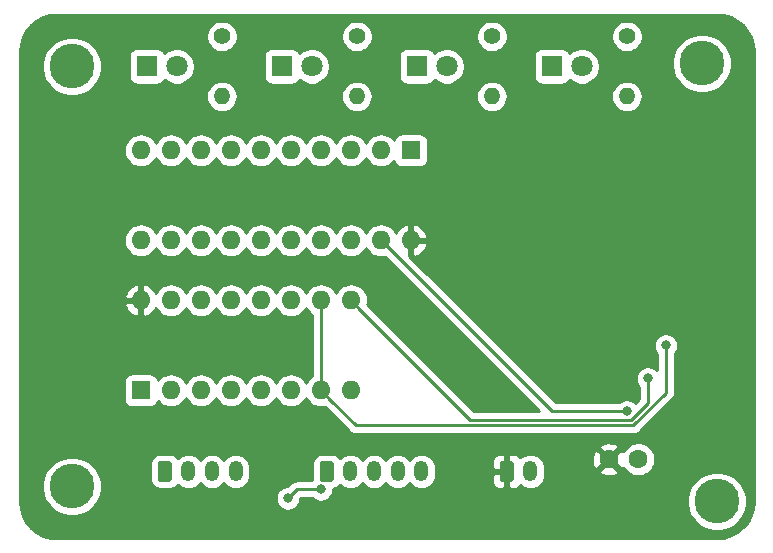
<source format=gbr>
G04 #@! TF.GenerationSoftware,KiCad,Pcbnew,(5.1.2-1)-1*
G04 #@! TF.CreationDate,2019-08-22T07:59:40+10:00*
G04 #@! TF.ProjectId,program-counter,70726f67-7261-46d2-9d63-6f756e746572,rev?*
G04 #@! TF.SameCoordinates,Original*
G04 #@! TF.FileFunction,Copper,L2,Bot*
G04 #@! TF.FilePolarity,Positive*
%FSLAX46Y46*%
G04 Gerber Fmt 4.6, Leading zero omitted, Abs format (unit mm)*
G04 Created by KiCad (PCBNEW (5.1.2-1)-1) date 2019-08-22 07:59:40*
%MOMM*%
%LPD*%
G04 APERTURE LIST*
%ADD10C,3.790000*%
%ADD11C,1.600000*%
%ADD12C,1.800000*%
%ADD13R,1.800000X1.800000*%
%ADD14C,0.100000*%
%ADD15C,1.200000*%
%ADD16O,1.200000X1.750000*%
%ADD17O,1.400000X1.400000*%
%ADD18C,1.400000*%
%ADD19R,1.600000X1.600000*%
%ADD20O,1.600000X1.600000*%
%ADD21C,0.800000*%
%ADD22C,0.250000*%
%ADD23C,0.254000*%
G04 APERTURE END LIST*
D10*
X73660000Y-116840000D03*
X128270000Y-118110000D03*
X127000000Y-81026000D03*
X73660000Y-81280000D03*
D11*
X121626000Y-114554000D03*
X119126000Y-114554000D03*
D12*
X82550000Y-81280000D03*
D13*
X80010000Y-81280000D03*
X91440000Y-81280000D03*
D12*
X93980000Y-81280000D03*
X105410000Y-81280000D03*
D13*
X102870000Y-81280000D03*
X114300000Y-81280000D03*
D12*
X116840000Y-81280000D03*
D14*
G36*
X95624505Y-114696204D02*
G01*
X95648773Y-114699804D01*
X95672572Y-114705765D01*
X95695671Y-114714030D01*
X95717850Y-114724520D01*
X95738893Y-114737132D01*
X95758599Y-114751747D01*
X95776777Y-114768223D01*
X95793253Y-114786401D01*
X95807868Y-114806107D01*
X95820480Y-114827150D01*
X95830970Y-114849329D01*
X95839235Y-114872428D01*
X95845196Y-114896227D01*
X95848796Y-114920495D01*
X95850000Y-114944999D01*
X95850000Y-116195001D01*
X95848796Y-116219505D01*
X95845196Y-116243773D01*
X95839235Y-116267572D01*
X95830970Y-116290671D01*
X95820480Y-116312850D01*
X95807868Y-116333893D01*
X95793253Y-116353599D01*
X95776777Y-116371777D01*
X95758599Y-116388253D01*
X95738893Y-116402868D01*
X95717850Y-116415480D01*
X95695671Y-116425970D01*
X95672572Y-116434235D01*
X95648773Y-116440196D01*
X95624505Y-116443796D01*
X95600001Y-116445000D01*
X94899999Y-116445000D01*
X94875495Y-116443796D01*
X94851227Y-116440196D01*
X94827428Y-116434235D01*
X94804329Y-116425970D01*
X94782150Y-116415480D01*
X94761107Y-116402868D01*
X94741401Y-116388253D01*
X94723223Y-116371777D01*
X94706747Y-116353599D01*
X94692132Y-116333893D01*
X94679520Y-116312850D01*
X94669030Y-116290671D01*
X94660765Y-116267572D01*
X94654804Y-116243773D01*
X94651204Y-116219505D01*
X94650000Y-116195001D01*
X94650000Y-114944999D01*
X94651204Y-114920495D01*
X94654804Y-114896227D01*
X94660765Y-114872428D01*
X94669030Y-114849329D01*
X94679520Y-114827150D01*
X94692132Y-114806107D01*
X94706747Y-114786401D01*
X94723223Y-114768223D01*
X94741401Y-114751747D01*
X94761107Y-114737132D01*
X94782150Y-114724520D01*
X94804329Y-114714030D01*
X94827428Y-114705765D01*
X94851227Y-114699804D01*
X94875495Y-114696204D01*
X94899999Y-114695000D01*
X95600001Y-114695000D01*
X95624505Y-114696204D01*
X95624505Y-114696204D01*
G37*
D15*
X95250000Y-115570000D03*
D16*
X97250000Y-115570000D03*
X99250000Y-115570000D03*
X101250000Y-115570000D03*
X103250000Y-115570000D03*
D14*
G36*
X81908505Y-114696204D02*
G01*
X81932773Y-114699804D01*
X81956572Y-114705765D01*
X81979671Y-114714030D01*
X82001850Y-114724520D01*
X82022893Y-114737132D01*
X82042599Y-114751747D01*
X82060777Y-114768223D01*
X82077253Y-114786401D01*
X82091868Y-114806107D01*
X82104480Y-114827150D01*
X82114970Y-114849329D01*
X82123235Y-114872428D01*
X82129196Y-114896227D01*
X82132796Y-114920495D01*
X82134000Y-114944999D01*
X82134000Y-116195001D01*
X82132796Y-116219505D01*
X82129196Y-116243773D01*
X82123235Y-116267572D01*
X82114970Y-116290671D01*
X82104480Y-116312850D01*
X82091868Y-116333893D01*
X82077253Y-116353599D01*
X82060777Y-116371777D01*
X82042599Y-116388253D01*
X82022893Y-116402868D01*
X82001850Y-116415480D01*
X81979671Y-116425970D01*
X81956572Y-116434235D01*
X81932773Y-116440196D01*
X81908505Y-116443796D01*
X81884001Y-116445000D01*
X81183999Y-116445000D01*
X81159495Y-116443796D01*
X81135227Y-116440196D01*
X81111428Y-116434235D01*
X81088329Y-116425970D01*
X81066150Y-116415480D01*
X81045107Y-116402868D01*
X81025401Y-116388253D01*
X81007223Y-116371777D01*
X80990747Y-116353599D01*
X80976132Y-116333893D01*
X80963520Y-116312850D01*
X80953030Y-116290671D01*
X80944765Y-116267572D01*
X80938804Y-116243773D01*
X80935204Y-116219505D01*
X80934000Y-116195001D01*
X80934000Y-114944999D01*
X80935204Y-114920495D01*
X80938804Y-114896227D01*
X80944765Y-114872428D01*
X80953030Y-114849329D01*
X80963520Y-114827150D01*
X80976132Y-114806107D01*
X80990747Y-114786401D01*
X81007223Y-114768223D01*
X81025401Y-114751747D01*
X81045107Y-114737132D01*
X81066150Y-114724520D01*
X81088329Y-114714030D01*
X81111428Y-114705765D01*
X81135227Y-114699804D01*
X81159495Y-114696204D01*
X81183999Y-114695000D01*
X81884001Y-114695000D01*
X81908505Y-114696204D01*
X81908505Y-114696204D01*
G37*
D15*
X81534000Y-115570000D03*
D16*
X83534000Y-115570000D03*
X85534000Y-115570000D03*
X87534000Y-115570000D03*
D14*
G36*
X110864505Y-114696204D02*
G01*
X110888773Y-114699804D01*
X110912572Y-114705765D01*
X110935671Y-114714030D01*
X110957850Y-114724520D01*
X110978893Y-114737132D01*
X110998599Y-114751747D01*
X111016777Y-114768223D01*
X111033253Y-114786401D01*
X111047868Y-114806107D01*
X111060480Y-114827150D01*
X111070970Y-114849329D01*
X111079235Y-114872428D01*
X111085196Y-114896227D01*
X111088796Y-114920495D01*
X111090000Y-114944999D01*
X111090000Y-116195001D01*
X111088796Y-116219505D01*
X111085196Y-116243773D01*
X111079235Y-116267572D01*
X111070970Y-116290671D01*
X111060480Y-116312850D01*
X111047868Y-116333893D01*
X111033253Y-116353599D01*
X111016777Y-116371777D01*
X110998599Y-116388253D01*
X110978893Y-116402868D01*
X110957850Y-116415480D01*
X110935671Y-116425970D01*
X110912572Y-116434235D01*
X110888773Y-116440196D01*
X110864505Y-116443796D01*
X110840001Y-116445000D01*
X110139999Y-116445000D01*
X110115495Y-116443796D01*
X110091227Y-116440196D01*
X110067428Y-116434235D01*
X110044329Y-116425970D01*
X110022150Y-116415480D01*
X110001107Y-116402868D01*
X109981401Y-116388253D01*
X109963223Y-116371777D01*
X109946747Y-116353599D01*
X109932132Y-116333893D01*
X109919520Y-116312850D01*
X109909030Y-116290671D01*
X109900765Y-116267572D01*
X109894804Y-116243773D01*
X109891204Y-116219505D01*
X109890000Y-116195001D01*
X109890000Y-114944999D01*
X109891204Y-114920495D01*
X109894804Y-114896227D01*
X109900765Y-114872428D01*
X109909030Y-114849329D01*
X109919520Y-114827150D01*
X109932132Y-114806107D01*
X109946747Y-114786401D01*
X109963223Y-114768223D01*
X109981401Y-114751747D01*
X110001107Y-114737132D01*
X110022150Y-114724520D01*
X110044329Y-114714030D01*
X110067428Y-114705765D01*
X110091227Y-114699804D01*
X110115495Y-114696204D01*
X110139999Y-114695000D01*
X110840001Y-114695000D01*
X110864505Y-114696204D01*
X110864505Y-114696204D01*
G37*
D15*
X110490000Y-115570000D03*
D16*
X112490000Y-115570000D03*
D17*
X86360000Y-83820000D03*
D18*
X86360000Y-78740000D03*
X97790000Y-78740000D03*
D17*
X97790000Y-83820000D03*
X109220000Y-83820000D03*
D18*
X109220000Y-78740000D03*
X120650000Y-78740000D03*
D17*
X120650000Y-83820000D03*
D19*
X102362000Y-88392000D03*
D20*
X79502000Y-96012000D03*
X99822000Y-88392000D03*
X82042000Y-96012000D03*
X97282000Y-88392000D03*
X84582000Y-96012000D03*
X94742000Y-88392000D03*
X87122000Y-96012000D03*
X92202000Y-88392000D03*
X89662000Y-96012000D03*
X89662000Y-88392000D03*
X92202000Y-96012000D03*
X87122000Y-88392000D03*
X94742000Y-96012000D03*
X84582000Y-88392000D03*
X97282000Y-96012000D03*
X82042000Y-88392000D03*
X99822000Y-96012000D03*
X79502000Y-88392000D03*
X102362000Y-96012000D03*
D19*
X79502000Y-108712000D03*
D20*
X97282000Y-101092000D03*
X82042000Y-108712000D03*
X94742000Y-101092000D03*
X84582000Y-108712000D03*
X92202000Y-101092000D03*
X87122000Y-108712000D03*
X89662000Y-101092000D03*
X89662000Y-108712000D03*
X87122000Y-101092000D03*
X92202000Y-108712000D03*
X84582000Y-101092000D03*
X94742000Y-108712000D03*
X82042000Y-101092000D03*
X97282000Y-108712000D03*
X79502000Y-101092000D03*
D21*
X94746653Y-117098653D03*
X91948000Y-117845047D03*
X123952000Y-104902000D03*
X122428000Y-107696000D03*
X120650000Y-110490000D03*
D22*
X92694394Y-117098653D02*
X91948000Y-117845047D01*
X94746653Y-117098653D02*
X92694394Y-117098653D01*
X94742000Y-101092000D02*
X94742000Y-108712000D01*
X121184401Y-111665011D02*
X97695011Y-111665011D01*
X95541999Y-109511999D02*
X94742000Y-108712000D01*
X123952000Y-108897412D02*
X121184401Y-111665011D01*
X97695011Y-111665011D02*
X95541999Y-109511999D01*
X123952000Y-104902000D02*
X123952000Y-108897412D01*
X98081999Y-101891999D02*
X97282000Y-101092000D01*
X107405001Y-111215001D02*
X98081999Y-101891999D01*
X122428000Y-109785002D02*
X120998001Y-111215001D01*
X120998001Y-111215001D02*
X107405001Y-111215001D01*
X122428000Y-107696000D02*
X122428000Y-109785002D01*
X114300000Y-110490000D02*
X99822000Y-96012000D01*
X120650000Y-110490000D02*
X114300000Y-110490000D01*
D23*
G36*
X128876344Y-76947738D02*
G01*
X129459595Y-77123832D01*
X129997529Y-77409856D01*
X130469667Y-77794922D01*
X130858019Y-78264359D01*
X131147794Y-78800286D01*
X131327955Y-79382291D01*
X131395000Y-80020189D01*
X131395001Y-118076485D01*
X131332262Y-118716343D01*
X131156168Y-119299595D01*
X130870143Y-119837531D01*
X130485078Y-120309667D01*
X130015641Y-120698019D01*
X129479714Y-120987794D01*
X128897705Y-121167956D01*
X128259811Y-121235000D01*
X72423505Y-121235000D01*
X71783657Y-121172262D01*
X71200405Y-120996168D01*
X70662469Y-120710143D01*
X70190333Y-120325078D01*
X69801981Y-119855641D01*
X69512206Y-119319714D01*
X69332044Y-118737705D01*
X69265000Y-118099811D01*
X69265000Y-116590817D01*
X71130000Y-116590817D01*
X71130000Y-117089183D01*
X71227226Y-117577974D01*
X71417943Y-118038405D01*
X71694820Y-118452781D01*
X72047219Y-118805180D01*
X72461595Y-119082057D01*
X72922026Y-119272774D01*
X73410817Y-119370000D01*
X73909183Y-119370000D01*
X74397974Y-119272774D01*
X74858405Y-119082057D01*
X75272781Y-118805180D01*
X75625180Y-118452781D01*
X75902057Y-118038405D01*
X76024373Y-117743108D01*
X90913000Y-117743108D01*
X90913000Y-117946986D01*
X90952774Y-118146945D01*
X91030795Y-118335303D01*
X91144063Y-118504821D01*
X91288226Y-118648984D01*
X91457744Y-118762252D01*
X91646102Y-118840273D01*
X91846061Y-118880047D01*
X92049939Y-118880047D01*
X92249898Y-118840273D01*
X92438256Y-118762252D01*
X92607774Y-118648984D01*
X92751937Y-118504821D01*
X92865205Y-118335303D01*
X92943226Y-118146945D01*
X92983000Y-117946986D01*
X92983000Y-117884849D01*
X93009196Y-117858653D01*
X94042942Y-117858653D01*
X94086879Y-117902590D01*
X94256397Y-118015858D01*
X94444755Y-118093879D01*
X94644714Y-118133653D01*
X94848592Y-118133653D01*
X95048551Y-118093879D01*
X95236909Y-118015858D01*
X95406427Y-117902590D01*
X95448200Y-117860817D01*
X125740000Y-117860817D01*
X125740000Y-118359183D01*
X125837226Y-118847974D01*
X126027943Y-119308405D01*
X126304820Y-119722781D01*
X126657219Y-120075180D01*
X127071595Y-120352057D01*
X127532026Y-120542774D01*
X128020817Y-120640000D01*
X128519183Y-120640000D01*
X129007974Y-120542774D01*
X129468405Y-120352057D01*
X129882781Y-120075180D01*
X130235180Y-119722781D01*
X130512057Y-119308405D01*
X130702774Y-118847974D01*
X130800000Y-118359183D01*
X130800000Y-117860817D01*
X130702774Y-117372026D01*
X130512057Y-116911595D01*
X130235180Y-116497219D01*
X129882781Y-116144820D01*
X129468405Y-115867943D01*
X129007974Y-115677226D01*
X128519183Y-115580000D01*
X128020817Y-115580000D01*
X127532026Y-115677226D01*
X127071595Y-115867943D01*
X126657219Y-116144820D01*
X126304820Y-116497219D01*
X126027943Y-116911595D01*
X125837226Y-117372026D01*
X125740000Y-117860817D01*
X95448200Y-117860817D01*
X95550590Y-117758427D01*
X95663858Y-117588909D01*
X95741879Y-117400551D01*
X95781653Y-117200592D01*
X95781653Y-117063461D01*
X95939851Y-117015472D01*
X96093387Y-116933405D01*
X96227962Y-116822962D01*
X96338405Y-116688387D01*
X96340810Y-116683888D01*
X96372499Y-116722502D01*
X96560552Y-116876833D01*
X96775100Y-116991511D01*
X97007899Y-117062130D01*
X97250000Y-117085975D01*
X97492102Y-117062130D01*
X97724901Y-116991511D01*
X97939449Y-116876833D01*
X98127502Y-116722502D01*
X98250001Y-116573237D01*
X98372499Y-116722502D01*
X98560552Y-116876833D01*
X98775100Y-116991511D01*
X99007899Y-117062130D01*
X99250000Y-117085975D01*
X99492102Y-117062130D01*
X99724901Y-116991511D01*
X99939449Y-116876833D01*
X100127502Y-116722502D01*
X100250001Y-116573237D01*
X100372499Y-116722502D01*
X100560552Y-116876833D01*
X100775100Y-116991511D01*
X101007899Y-117062130D01*
X101250000Y-117085975D01*
X101492102Y-117062130D01*
X101724901Y-116991511D01*
X101939449Y-116876833D01*
X102127502Y-116722502D01*
X102250001Y-116573237D01*
X102372499Y-116722502D01*
X102560552Y-116876833D01*
X102775100Y-116991511D01*
X103007899Y-117062130D01*
X103250000Y-117085975D01*
X103492102Y-117062130D01*
X103724901Y-116991511D01*
X103939449Y-116876833D01*
X104127502Y-116722502D01*
X104281833Y-116534449D01*
X104329644Y-116445000D01*
X109251928Y-116445000D01*
X109264188Y-116569482D01*
X109300498Y-116689180D01*
X109359463Y-116799494D01*
X109438815Y-116896185D01*
X109535506Y-116975537D01*
X109645820Y-117034502D01*
X109765518Y-117070812D01*
X109890000Y-117083072D01*
X110204250Y-117080000D01*
X110363000Y-116921250D01*
X110363000Y-115697000D01*
X109413750Y-115697000D01*
X109255000Y-115855750D01*
X109251928Y-116445000D01*
X104329644Y-116445000D01*
X104396511Y-116319900D01*
X104467130Y-116087101D01*
X104485000Y-115905664D01*
X104485000Y-115234335D01*
X104467130Y-115052898D01*
X104396511Y-114820099D01*
X104329645Y-114695000D01*
X109251928Y-114695000D01*
X109255000Y-115284250D01*
X109413750Y-115443000D01*
X110363000Y-115443000D01*
X110363000Y-114218750D01*
X110617000Y-114218750D01*
X110617000Y-115443000D01*
X110637000Y-115443000D01*
X110637000Y-115697000D01*
X110617000Y-115697000D01*
X110617000Y-116921250D01*
X110775750Y-117080000D01*
X111090000Y-117083072D01*
X111214482Y-117070812D01*
X111334180Y-117034502D01*
X111444494Y-116975537D01*
X111541185Y-116896185D01*
X111620537Y-116799494D01*
X111646692Y-116750563D01*
X111800552Y-116876833D01*
X112015100Y-116991511D01*
X112247899Y-117062130D01*
X112490000Y-117085975D01*
X112732102Y-117062130D01*
X112964901Y-116991511D01*
X113179449Y-116876833D01*
X113367502Y-116722502D01*
X113521833Y-116534449D01*
X113636511Y-116319900D01*
X113707130Y-116087101D01*
X113725000Y-115905664D01*
X113725000Y-115546702D01*
X118312903Y-115546702D01*
X118384486Y-115790671D01*
X118639996Y-115911571D01*
X118914184Y-115980300D01*
X119196512Y-115994217D01*
X119476130Y-115952787D01*
X119742292Y-115857603D01*
X119867514Y-115790671D01*
X119939097Y-115546702D01*
X119126000Y-114733605D01*
X118312903Y-115546702D01*
X113725000Y-115546702D01*
X113725000Y-115234335D01*
X113707130Y-115052898D01*
X113636511Y-114820099D01*
X113531968Y-114624512D01*
X117685783Y-114624512D01*
X117727213Y-114904130D01*
X117822397Y-115170292D01*
X117889329Y-115295514D01*
X118133298Y-115367097D01*
X118946395Y-114554000D01*
X119305605Y-114554000D01*
X120118702Y-115367097D01*
X120362671Y-115295514D01*
X120376324Y-115266659D01*
X120511363Y-115468759D01*
X120711241Y-115668637D01*
X120946273Y-115825680D01*
X121207426Y-115933853D01*
X121484665Y-115989000D01*
X121767335Y-115989000D01*
X122044574Y-115933853D01*
X122305727Y-115825680D01*
X122540759Y-115668637D01*
X122740637Y-115468759D01*
X122897680Y-115233727D01*
X123005853Y-114972574D01*
X123061000Y-114695335D01*
X123061000Y-114412665D01*
X123005853Y-114135426D01*
X122897680Y-113874273D01*
X122740637Y-113639241D01*
X122540759Y-113439363D01*
X122305727Y-113282320D01*
X122044574Y-113174147D01*
X121767335Y-113119000D01*
X121484665Y-113119000D01*
X121207426Y-113174147D01*
X120946273Y-113282320D01*
X120711241Y-113439363D01*
X120511363Y-113639241D01*
X120377308Y-113839869D01*
X120362671Y-113812486D01*
X120118702Y-113740903D01*
X119305605Y-114554000D01*
X118946395Y-114554000D01*
X118133298Y-113740903D01*
X117889329Y-113812486D01*
X117768429Y-114067996D01*
X117699700Y-114342184D01*
X117685783Y-114624512D01*
X113531968Y-114624512D01*
X113521833Y-114605551D01*
X113367502Y-114417498D01*
X113179448Y-114263167D01*
X112964900Y-114148489D01*
X112732101Y-114077870D01*
X112490000Y-114054025D01*
X112247898Y-114077870D01*
X112015099Y-114148489D01*
X111800551Y-114263167D01*
X111646691Y-114389436D01*
X111620537Y-114340506D01*
X111541185Y-114243815D01*
X111444494Y-114164463D01*
X111334180Y-114105498D01*
X111214482Y-114069188D01*
X111090000Y-114056928D01*
X110775750Y-114060000D01*
X110617000Y-114218750D01*
X110363000Y-114218750D01*
X110204250Y-114060000D01*
X109890000Y-114056928D01*
X109765518Y-114069188D01*
X109645820Y-114105498D01*
X109535506Y-114164463D01*
X109438815Y-114243815D01*
X109359463Y-114340506D01*
X109300498Y-114450820D01*
X109264188Y-114570518D01*
X109251928Y-114695000D01*
X104329645Y-114695000D01*
X104281833Y-114605551D01*
X104127502Y-114417498D01*
X103939448Y-114263167D01*
X103724900Y-114148489D01*
X103492101Y-114077870D01*
X103250000Y-114054025D01*
X103007898Y-114077870D01*
X102775099Y-114148489D01*
X102560551Y-114263167D01*
X102372498Y-114417498D01*
X102250000Y-114566763D01*
X102127502Y-114417498D01*
X101939448Y-114263167D01*
X101724900Y-114148489D01*
X101492101Y-114077870D01*
X101250000Y-114054025D01*
X101007898Y-114077870D01*
X100775099Y-114148489D01*
X100560551Y-114263167D01*
X100372498Y-114417498D01*
X100250000Y-114566763D01*
X100127502Y-114417498D01*
X99939448Y-114263167D01*
X99724900Y-114148489D01*
X99492101Y-114077870D01*
X99250000Y-114054025D01*
X99007898Y-114077870D01*
X98775099Y-114148489D01*
X98560551Y-114263167D01*
X98372498Y-114417498D01*
X98250000Y-114566763D01*
X98127502Y-114417498D01*
X97939448Y-114263167D01*
X97724900Y-114148489D01*
X97492101Y-114077870D01*
X97250000Y-114054025D01*
X97007898Y-114077870D01*
X96775099Y-114148489D01*
X96560551Y-114263167D01*
X96372498Y-114417498D01*
X96340809Y-114456111D01*
X96338405Y-114451613D01*
X96227962Y-114317038D01*
X96093387Y-114206595D01*
X95939851Y-114124528D01*
X95773255Y-114073992D01*
X95600001Y-114056928D01*
X94899999Y-114056928D01*
X94726745Y-114073992D01*
X94560149Y-114124528D01*
X94406613Y-114206595D01*
X94272038Y-114317038D01*
X94161595Y-114451613D01*
X94079528Y-114605149D01*
X94028992Y-114771745D01*
X94011928Y-114944999D01*
X94011928Y-116195001D01*
X94026076Y-116338653D01*
X92731727Y-116338653D01*
X92694394Y-116334976D01*
X92657061Y-116338653D01*
X92545408Y-116349650D01*
X92402147Y-116393107D01*
X92270118Y-116463679D01*
X92154393Y-116558652D01*
X92130595Y-116587651D01*
X91908198Y-116810047D01*
X91846061Y-116810047D01*
X91646102Y-116849821D01*
X91457744Y-116927842D01*
X91288226Y-117041110D01*
X91144063Y-117185273D01*
X91030795Y-117354791D01*
X90952774Y-117543149D01*
X90913000Y-117743108D01*
X76024373Y-117743108D01*
X76092774Y-117577974D01*
X76190000Y-117089183D01*
X76190000Y-116590817D01*
X76092774Y-116102026D01*
X75902057Y-115641595D01*
X75625180Y-115227219D01*
X75342960Y-114944999D01*
X80295928Y-114944999D01*
X80295928Y-116195001D01*
X80312992Y-116368255D01*
X80363528Y-116534851D01*
X80445595Y-116688387D01*
X80556038Y-116822962D01*
X80690613Y-116933405D01*
X80844149Y-117015472D01*
X81010745Y-117066008D01*
X81183999Y-117083072D01*
X81884001Y-117083072D01*
X82057255Y-117066008D01*
X82223851Y-117015472D01*
X82377387Y-116933405D01*
X82511962Y-116822962D01*
X82622405Y-116688387D01*
X82624810Y-116683888D01*
X82656499Y-116722502D01*
X82844552Y-116876833D01*
X83059100Y-116991511D01*
X83291899Y-117062130D01*
X83534000Y-117085975D01*
X83776102Y-117062130D01*
X84008901Y-116991511D01*
X84223449Y-116876833D01*
X84411502Y-116722502D01*
X84534001Y-116573237D01*
X84656499Y-116722502D01*
X84844552Y-116876833D01*
X85059100Y-116991511D01*
X85291899Y-117062130D01*
X85534000Y-117085975D01*
X85776102Y-117062130D01*
X86008901Y-116991511D01*
X86223449Y-116876833D01*
X86411502Y-116722502D01*
X86534001Y-116573237D01*
X86656499Y-116722502D01*
X86844552Y-116876833D01*
X87059100Y-116991511D01*
X87291899Y-117062130D01*
X87534000Y-117085975D01*
X87776102Y-117062130D01*
X88008901Y-116991511D01*
X88223449Y-116876833D01*
X88411502Y-116722502D01*
X88565833Y-116534449D01*
X88680511Y-116319900D01*
X88751130Y-116087101D01*
X88769000Y-115905664D01*
X88769000Y-115234335D01*
X88751130Y-115052898D01*
X88680511Y-114820099D01*
X88565833Y-114605551D01*
X88411502Y-114417498D01*
X88223448Y-114263167D01*
X88008900Y-114148489D01*
X87776101Y-114077870D01*
X87534000Y-114054025D01*
X87291898Y-114077870D01*
X87059099Y-114148489D01*
X86844551Y-114263167D01*
X86656498Y-114417498D01*
X86534000Y-114566763D01*
X86411502Y-114417498D01*
X86223448Y-114263167D01*
X86008900Y-114148489D01*
X85776101Y-114077870D01*
X85534000Y-114054025D01*
X85291898Y-114077870D01*
X85059099Y-114148489D01*
X84844551Y-114263167D01*
X84656498Y-114417498D01*
X84534000Y-114566763D01*
X84411502Y-114417498D01*
X84223448Y-114263167D01*
X84008900Y-114148489D01*
X83776101Y-114077870D01*
X83534000Y-114054025D01*
X83291898Y-114077870D01*
X83059099Y-114148489D01*
X82844551Y-114263167D01*
X82656498Y-114417498D01*
X82624809Y-114456111D01*
X82622405Y-114451613D01*
X82511962Y-114317038D01*
X82377387Y-114206595D01*
X82223851Y-114124528D01*
X82057255Y-114073992D01*
X81884001Y-114056928D01*
X81183999Y-114056928D01*
X81010745Y-114073992D01*
X80844149Y-114124528D01*
X80690613Y-114206595D01*
X80556038Y-114317038D01*
X80445595Y-114451613D01*
X80363528Y-114605149D01*
X80312992Y-114771745D01*
X80295928Y-114944999D01*
X75342960Y-114944999D01*
X75272781Y-114874820D01*
X74858405Y-114597943D01*
X74397974Y-114407226D01*
X73909183Y-114310000D01*
X73410817Y-114310000D01*
X72922026Y-114407226D01*
X72461595Y-114597943D01*
X72047219Y-114874820D01*
X71694820Y-115227219D01*
X71417943Y-115641595D01*
X71227226Y-116102026D01*
X71130000Y-116590817D01*
X69265000Y-116590817D01*
X69265000Y-113561298D01*
X118312903Y-113561298D01*
X119126000Y-114374395D01*
X119939097Y-113561298D01*
X119867514Y-113317329D01*
X119612004Y-113196429D01*
X119337816Y-113127700D01*
X119055488Y-113113783D01*
X118775870Y-113155213D01*
X118509708Y-113250397D01*
X118384486Y-113317329D01*
X118312903Y-113561298D01*
X69265000Y-113561298D01*
X69265000Y-101441040D01*
X78110091Y-101441040D01*
X78204930Y-101705881D01*
X78349615Y-101947131D01*
X78538586Y-102155519D01*
X78764580Y-102323037D01*
X79018913Y-102443246D01*
X79152961Y-102483904D01*
X79375000Y-102361915D01*
X79375000Y-101219000D01*
X78231376Y-101219000D01*
X78110091Y-101441040D01*
X69265000Y-101441040D01*
X69265000Y-100742960D01*
X78110091Y-100742960D01*
X78231376Y-100965000D01*
X79375000Y-100965000D01*
X79375000Y-99822085D01*
X79152961Y-99700096D01*
X79018913Y-99740754D01*
X78764580Y-99860963D01*
X78538586Y-100028481D01*
X78349615Y-100236869D01*
X78204930Y-100478119D01*
X78110091Y-100742960D01*
X69265000Y-100742960D01*
X69265000Y-96012000D01*
X78060057Y-96012000D01*
X78087764Y-96293309D01*
X78169818Y-96563808D01*
X78303068Y-96813101D01*
X78482392Y-97031608D01*
X78700899Y-97210932D01*
X78950192Y-97344182D01*
X79220691Y-97426236D01*
X79431508Y-97447000D01*
X79572492Y-97447000D01*
X79783309Y-97426236D01*
X80053808Y-97344182D01*
X80303101Y-97210932D01*
X80521608Y-97031608D01*
X80700932Y-96813101D01*
X80772000Y-96680142D01*
X80843068Y-96813101D01*
X81022392Y-97031608D01*
X81240899Y-97210932D01*
X81490192Y-97344182D01*
X81760691Y-97426236D01*
X81971508Y-97447000D01*
X82112492Y-97447000D01*
X82323309Y-97426236D01*
X82593808Y-97344182D01*
X82843101Y-97210932D01*
X83061608Y-97031608D01*
X83240932Y-96813101D01*
X83312000Y-96680142D01*
X83383068Y-96813101D01*
X83562392Y-97031608D01*
X83780899Y-97210932D01*
X84030192Y-97344182D01*
X84300691Y-97426236D01*
X84511508Y-97447000D01*
X84652492Y-97447000D01*
X84863309Y-97426236D01*
X85133808Y-97344182D01*
X85383101Y-97210932D01*
X85601608Y-97031608D01*
X85780932Y-96813101D01*
X85852000Y-96680142D01*
X85923068Y-96813101D01*
X86102392Y-97031608D01*
X86320899Y-97210932D01*
X86570192Y-97344182D01*
X86840691Y-97426236D01*
X87051508Y-97447000D01*
X87192492Y-97447000D01*
X87403309Y-97426236D01*
X87673808Y-97344182D01*
X87923101Y-97210932D01*
X88141608Y-97031608D01*
X88320932Y-96813101D01*
X88392000Y-96680142D01*
X88463068Y-96813101D01*
X88642392Y-97031608D01*
X88860899Y-97210932D01*
X89110192Y-97344182D01*
X89380691Y-97426236D01*
X89591508Y-97447000D01*
X89732492Y-97447000D01*
X89943309Y-97426236D01*
X90213808Y-97344182D01*
X90463101Y-97210932D01*
X90681608Y-97031608D01*
X90860932Y-96813101D01*
X90932000Y-96680142D01*
X91003068Y-96813101D01*
X91182392Y-97031608D01*
X91400899Y-97210932D01*
X91650192Y-97344182D01*
X91920691Y-97426236D01*
X92131508Y-97447000D01*
X92272492Y-97447000D01*
X92483309Y-97426236D01*
X92753808Y-97344182D01*
X93003101Y-97210932D01*
X93221608Y-97031608D01*
X93400932Y-96813101D01*
X93472000Y-96680142D01*
X93543068Y-96813101D01*
X93722392Y-97031608D01*
X93940899Y-97210932D01*
X94190192Y-97344182D01*
X94460691Y-97426236D01*
X94671508Y-97447000D01*
X94812492Y-97447000D01*
X95023309Y-97426236D01*
X95293808Y-97344182D01*
X95543101Y-97210932D01*
X95761608Y-97031608D01*
X95940932Y-96813101D01*
X96012000Y-96680142D01*
X96083068Y-96813101D01*
X96262392Y-97031608D01*
X96480899Y-97210932D01*
X96730192Y-97344182D01*
X97000691Y-97426236D01*
X97211508Y-97447000D01*
X97352492Y-97447000D01*
X97563309Y-97426236D01*
X97833808Y-97344182D01*
X98083101Y-97210932D01*
X98301608Y-97031608D01*
X98480932Y-96813101D01*
X98552000Y-96680142D01*
X98623068Y-96813101D01*
X98802392Y-97031608D01*
X99020899Y-97210932D01*
X99270192Y-97344182D01*
X99540691Y-97426236D01*
X99751508Y-97447000D01*
X99892492Y-97447000D01*
X100103309Y-97426236D01*
X100147907Y-97412708D01*
X113190199Y-110455001D01*
X107719803Y-110455001D01*
X98682708Y-101417907D01*
X98696236Y-101373309D01*
X98723943Y-101092000D01*
X98696236Y-100810691D01*
X98614182Y-100540192D01*
X98480932Y-100290899D01*
X98301608Y-100072392D01*
X98083101Y-99893068D01*
X97833808Y-99759818D01*
X97563309Y-99677764D01*
X97352492Y-99657000D01*
X97211508Y-99657000D01*
X97000691Y-99677764D01*
X96730192Y-99759818D01*
X96480899Y-99893068D01*
X96262392Y-100072392D01*
X96083068Y-100290899D01*
X96012000Y-100423858D01*
X95940932Y-100290899D01*
X95761608Y-100072392D01*
X95543101Y-99893068D01*
X95293808Y-99759818D01*
X95023309Y-99677764D01*
X94812492Y-99657000D01*
X94671508Y-99657000D01*
X94460691Y-99677764D01*
X94190192Y-99759818D01*
X93940899Y-99893068D01*
X93722392Y-100072392D01*
X93543068Y-100290899D01*
X93472000Y-100423858D01*
X93400932Y-100290899D01*
X93221608Y-100072392D01*
X93003101Y-99893068D01*
X92753808Y-99759818D01*
X92483309Y-99677764D01*
X92272492Y-99657000D01*
X92131508Y-99657000D01*
X91920691Y-99677764D01*
X91650192Y-99759818D01*
X91400899Y-99893068D01*
X91182392Y-100072392D01*
X91003068Y-100290899D01*
X90932000Y-100423858D01*
X90860932Y-100290899D01*
X90681608Y-100072392D01*
X90463101Y-99893068D01*
X90213808Y-99759818D01*
X89943309Y-99677764D01*
X89732492Y-99657000D01*
X89591508Y-99657000D01*
X89380691Y-99677764D01*
X89110192Y-99759818D01*
X88860899Y-99893068D01*
X88642392Y-100072392D01*
X88463068Y-100290899D01*
X88392000Y-100423858D01*
X88320932Y-100290899D01*
X88141608Y-100072392D01*
X87923101Y-99893068D01*
X87673808Y-99759818D01*
X87403309Y-99677764D01*
X87192492Y-99657000D01*
X87051508Y-99657000D01*
X86840691Y-99677764D01*
X86570192Y-99759818D01*
X86320899Y-99893068D01*
X86102392Y-100072392D01*
X85923068Y-100290899D01*
X85852000Y-100423858D01*
X85780932Y-100290899D01*
X85601608Y-100072392D01*
X85383101Y-99893068D01*
X85133808Y-99759818D01*
X84863309Y-99677764D01*
X84652492Y-99657000D01*
X84511508Y-99657000D01*
X84300691Y-99677764D01*
X84030192Y-99759818D01*
X83780899Y-99893068D01*
X83562392Y-100072392D01*
X83383068Y-100290899D01*
X83312000Y-100423858D01*
X83240932Y-100290899D01*
X83061608Y-100072392D01*
X82843101Y-99893068D01*
X82593808Y-99759818D01*
X82323309Y-99677764D01*
X82112492Y-99657000D01*
X81971508Y-99657000D01*
X81760691Y-99677764D01*
X81490192Y-99759818D01*
X81240899Y-99893068D01*
X81022392Y-100072392D01*
X80843068Y-100290899D01*
X80769421Y-100428682D01*
X80654385Y-100236869D01*
X80465414Y-100028481D01*
X80239420Y-99860963D01*
X79985087Y-99740754D01*
X79851039Y-99700096D01*
X79629000Y-99822085D01*
X79629000Y-100965000D01*
X79649000Y-100965000D01*
X79649000Y-101219000D01*
X79629000Y-101219000D01*
X79629000Y-102361915D01*
X79851039Y-102483904D01*
X79985087Y-102443246D01*
X80239420Y-102323037D01*
X80465414Y-102155519D01*
X80654385Y-101947131D01*
X80769421Y-101755318D01*
X80843068Y-101893101D01*
X81022392Y-102111608D01*
X81240899Y-102290932D01*
X81490192Y-102424182D01*
X81760691Y-102506236D01*
X81971508Y-102527000D01*
X82112492Y-102527000D01*
X82323309Y-102506236D01*
X82593808Y-102424182D01*
X82843101Y-102290932D01*
X83061608Y-102111608D01*
X83240932Y-101893101D01*
X83312000Y-101760142D01*
X83383068Y-101893101D01*
X83562392Y-102111608D01*
X83780899Y-102290932D01*
X84030192Y-102424182D01*
X84300691Y-102506236D01*
X84511508Y-102527000D01*
X84652492Y-102527000D01*
X84863309Y-102506236D01*
X85133808Y-102424182D01*
X85383101Y-102290932D01*
X85601608Y-102111608D01*
X85780932Y-101893101D01*
X85852000Y-101760142D01*
X85923068Y-101893101D01*
X86102392Y-102111608D01*
X86320899Y-102290932D01*
X86570192Y-102424182D01*
X86840691Y-102506236D01*
X87051508Y-102527000D01*
X87192492Y-102527000D01*
X87403309Y-102506236D01*
X87673808Y-102424182D01*
X87923101Y-102290932D01*
X88141608Y-102111608D01*
X88320932Y-101893101D01*
X88392000Y-101760142D01*
X88463068Y-101893101D01*
X88642392Y-102111608D01*
X88860899Y-102290932D01*
X89110192Y-102424182D01*
X89380691Y-102506236D01*
X89591508Y-102527000D01*
X89732492Y-102527000D01*
X89943309Y-102506236D01*
X90213808Y-102424182D01*
X90463101Y-102290932D01*
X90681608Y-102111608D01*
X90860932Y-101893101D01*
X90932000Y-101760142D01*
X91003068Y-101893101D01*
X91182392Y-102111608D01*
X91400899Y-102290932D01*
X91650192Y-102424182D01*
X91920691Y-102506236D01*
X92131508Y-102527000D01*
X92272492Y-102527000D01*
X92483309Y-102506236D01*
X92753808Y-102424182D01*
X93003101Y-102290932D01*
X93221608Y-102111608D01*
X93400932Y-101893101D01*
X93472000Y-101760142D01*
X93543068Y-101893101D01*
X93722392Y-102111608D01*
X93940899Y-102290932D01*
X93982000Y-102312901D01*
X93982001Y-107491099D01*
X93940899Y-107513068D01*
X93722392Y-107692392D01*
X93543068Y-107910899D01*
X93472000Y-108043858D01*
X93400932Y-107910899D01*
X93221608Y-107692392D01*
X93003101Y-107513068D01*
X92753808Y-107379818D01*
X92483309Y-107297764D01*
X92272492Y-107277000D01*
X92131508Y-107277000D01*
X91920691Y-107297764D01*
X91650192Y-107379818D01*
X91400899Y-107513068D01*
X91182392Y-107692392D01*
X91003068Y-107910899D01*
X90932000Y-108043858D01*
X90860932Y-107910899D01*
X90681608Y-107692392D01*
X90463101Y-107513068D01*
X90213808Y-107379818D01*
X89943309Y-107297764D01*
X89732492Y-107277000D01*
X89591508Y-107277000D01*
X89380691Y-107297764D01*
X89110192Y-107379818D01*
X88860899Y-107513068D01*
X88642392Y-107692392D01*
X88463068Y-107910899D01*
X88392000Y-108043858D01*
X88320932Y-107910899D01*
X88141608Y-107692392D01*
X87923101Y-107513068D01*
X87673808Y-107379818D01*
X87403309Y-107297764D01*
X87192492Y-107277000D01*
X87051508Y-107277000D01*
X86840691Y-107297764D01*
X86570192Y-107379818D01*
X86320899Y-107513068D01*
X86102392Y-107692392D01*
X85923068Y-107910899D01*
X85852000Y-108043858D01*
X85780932Y-107910899D01*
X85601608Y-107692392D01*
X85383101Y-107513068D01*
X85133808Y-107379818D01*
X84863309Y-107297764D01*
X84652492Y-107277000D01*
X84511508Y-107277000D01*
X84300691Y-107297764D01*
X84030192Y-107379818D01*
X83780899Y-107513068D01*
X83562392Y-107692392D01*
X83383068Y-107910899D01*
X83312000Y-108043858D01*
X83240932Y-107910899D01*
X83061608Y-107692392D01*
X82843101Y-107513068D01*
X82593808Y-107379818D01*
X82323309Y-107297764D01*
X82112492Y-107277000D01*
X81971508Y-107277000D01*
X81760691Y-107297764D01*
X81490192Y-107379818D01*
X81240899Y-107513068D01*
X81022392Y-107692392D01*
X80929581Y-107805482D01*
X80927812Y-107787518D01*
X80891502Y-107667820D01*
X80832537Y-107557506D01*
X80753185Y-107460815D01*
X80656494Y-107381463D01*
X80546180Y-107322498D01*
X80426482Y-107286188D01*
X80302000Y-107273928D01*
X78702000Y-107273928D01*
X78577518Y-107286188D01*
X78457820Y-107322498D01*
X78347506Y-107381463D01*
X78250815Y-107460815D01*
X78171463Y-107557506D01*
X78112498Y-107667820D01*
X78076188Y-107787518D01*
X78063928Y-107912000D01*
X78063928Y-109512000D01*
X78076188Y-109636482D01*
X78112498Y-109756180D01*
X78171463Y-109866494D01*
X78250815Y-109963185D01*
X78347506Y-110042537D01*
X78457820Y-110101502D01*
X78577518Y-110137812D01*
X78702000Y-110150072D01*
X80302000Y-110150072D01*
X80426482Y-110137812D01*
X80546180Y-110101502D01*
X80656494Y-110042537D01*
X80753185Y-109963185D01*
X80832537Y-109866494D01*
X80891502Y-109756180D01*
X80927812Y-109636482D01*
X80929581Y-109618518D01*
X81022392Y-109731608D01*
X81240899Y-109910932D01*
X81490192Y-110044182D01*
X81760691Y-110126236D01*
X81971508Y-110147000D01*
X82112492Y-110147000D01*
X82323309Y-110126236D01*
X82593808Y-110044182D01*
X82843101Y-109910932D01*
X83061608Y-109731608D01*
X83240932Y-109513101D01*
X83312000Y-109380142D01*
X83383068Y-109513101D01*
X83562392Y-109731608D01*
X83780899Y-109910932D01*
X84030192Y-110044182D01*
X84300691Y-110126236D01*
X84511508Y-110147000D01*
X84652492Y-110147000D01*
X84863309Y-110126236D01*
X85133808Y-110044182D01*
X85383101Y-109910932D01*
X85601608Y-109731608D01*
X85780932Y-109513101D01*
X85852000Y-109380142D01*
X85923068Y-109513101D01*
X86102392Y-109731608D01*
X86320899Y-109910932D01*
X86570192Y-110044182D01*
X86840691Y-110126236D01*
X87051508Y-110147000D01*
X87192492Y-110147000D01*
X87403309Y-110126236D01*
X87673808Y-110044182D01*
X87923101Y-109910932D01*
X88141608Y-109731608D01*
X88320932Y-109513101D01*
X88392000Y-109380142D01*
X88463068Y-109513101D01*
X88642392Y-109731608D01*
X88860899Y-109910932D01*
X89110192Y-110044182D01*
X89380691Y-110126236D01*
X89591508Y-110147000D01*
X89732492Y-110147000D01*
X89943309Y-110126236D01*
X90213808Y-110044182D01*
X90463101Y-109910932D01*
X90681608Y-109731608D01*
X90860932Y-109513101D01*
X90932000Y-109380142D01*
X91003068Y-109513101D01*
X91182392Y-109731608D01*
X91400899Y-109910932D01*
X91650192Y-110044182D01*
X91920691Y-110126236D01*
X92131508Y-110147000D01*
X92272492Y-110147000D01*
X92483309Y-110126236D01*
X92753808Y-110044182D01*
X93003101Y-109910932D01*
X93221608Y-109731608D01*
X93400932Y-109513101D01*
X93472000Y-109380142D01*
X93543068Y-109513101D01*
X93722392Y-109731608D01*
X93940899Y-109910932D01*
X94190192Y-110044182D01*
X94460691Y-110126236D01*
X94671508Y-110147000D01*
X94812492Y-110147000D01*
X95023309Y-110126236D01*
X95067907Y-110112708D01*
X97131212Y-112176014D01*
X97155010Y-112205012D01*
X97270735Y-112299985D01*
X97402764Y-112370557D01*
X97546025Y-112414014D01*
X97657678Y-112425011D01*
X97657686Y-112425011D01*
X97695011Y-112428687D01*
X97732336Y-112425011D01*
X121147079Y-112425011D01*
X121184401Y-112428687D01*
X121221723Y-112425011D01*
X121221734Y-112425011D01*
X121333387Y-112414014D01*
X121476648Y-112370557D01*
X121608677Y-112299985D01*
X121724402Y-112205012D01*
X121748205Y-112176008D01*
X124463003Y-109461211D01*
X124492001Y-109437413D01*
X124553059Y-109363014D01*
X124586974Y-109321689D01*
X124657546Y-109189659D01*
X124688467Y-109087723D01*
X124701003Y-109046398D01*
X124712000Y-108934745D01*
X124712000Y-108934736D01*
X124715676Y-108897413D01*
X124712000Y-108860090D01*
X124712000Y-105605711D01*
X124755937Y-105561774D01*
X124869205Y-105392256D01*
X124947226Y-105203898D01*
X124987000Y-105003939D01*
X124987000Y-104800061D01*
X124947226Y-104600102D01*
X124869205Y-104411744D01*
X124755937Y-104242226D01*
X124611774Y-104098063D01*
X124442256Y-103984795D01*
X124253898Y-103906774D01*
X124053939Y-103867000D01*
X123850061Y-103867000D01*
X123650102Y-103906774D01*
X123461744Y-103984795D01*
X123292226Y-104098063D01*
X123148063Y-104242226D01*
X123034795Y-104411744D01*
X122956774Y-104600102D01*
X122917000Y-104800061D01*
X122917000Y-105003939D01*
X122956774Y-105203898D01*
X123034795Y-105392256D01*
X123148063Y-105561774D01*
X123192000Y-105605711D01*
X123192001Y-106996290D01*
X123087774Y-106892063D01*
X122918256Y-106778795D01*
X122729898Y-106700774D01*
X122529939Y-106661000D01*
X122326061Y-106661000D01*
X122126102Y-106700774D01*
X121937744Y-106778795D01*
X121768226Y-106892063D01*
X121624063Y-107036226D01*
X121510795Y-107205744D01*
X121432774Y-107394102D01*
X121393000Y-107594061D01*
X121393000Y-107797939D01*
X121432774Y-107997898D01*
X121510795Y-108186256D01*
X121624063Y-108355774D01*
X121668000Y-108399711D01*
X121668001Y-109470199D01*
X121380956Y-109757245D01*
X121309774Y-109686063D01*
X121140256Y-109572795D01*
X120951898Y-109494774D01*
X120751939Y-109455000D01*
X120548061Y-109455000D01*
X120348102Y-109494774D01*
X120159744Y-109572795D01*
X119990226Y-109686063D01*
X119946289Y-109730000D01*
X114614802Y-109730000D01*
X102190929Y-97306128D01*
X102235000Y-97281915D01*
X102235000Y-96139000D01*
X102489000Y-96139000D01*
X102489000Y-97281915D01*
X102711039Y-97403904D01*
X102845087Y-97363246D01*
X103099420Y-97243037D01*
X103325414Y-97075519D01*
X103514385Y-96867131D01*
X103659070Y-96625881D01*
X103753909Y-96361040D01*
X103632624Y-96139000D01*
X102489000Y-96139000D01*
X102235000Y-96139000D01*
X102215000Y-96139000D01*
X102215000Y-95885000D01*
X102235000Y-95885000D01*
X102235000Y-94742085D01*
X102489000Y-94742085D01*
X102489000Y-95885000D01*
X103632624Y-95885000D01*
X103753909Y-95662960D01*
X103659070Y-95398119D01*
X103514385Y-95156869D01*
X103325414Y-94948481D01*
X103099420Y-94780963D01*
X102845087Y-94660754D01*
X102711039Y-94620096D01*
X102489000Y-94742085D01*
X102235000Y-94742085D01*
X102012961Y-94620096D01*
X101878913Y-94660754D01*
X101624580Y-94780963D01*
X101398586Y-94948481D01*
X101209615Y-95156869D01*
X101094579Y-95348682D01*
X101020932Y-95210899D01*
X100841608Y-94992392D01*
X100623101Y-94813068D01*
X100373808Y-94679818D01*
X100103309Y-94597764D01*
X99892492Y-94577000D01*
X99751508Y-94577000D01*
X99540691Y-94597764D01*
X99270192Y-94679818D01*
X99020899Y-94813068D01*
X98802392Y-94992392D01*
X98623068Y-95210899D01*
X98552000Y-95343858D01*
X98480932Y-95210899D01*
X98301608Y-94992392D01*
X98083101Y-94813068D01*
X97833808Y-94679818D01*
X97563309Y-94597764D01*
X97352492Y-94577000D01*
X97211508Y-94577000D01*
X97000691Y-94597764D01*
X96730192Y-94679818D01*
X96480899Y-94813068D01*
X96262392Y-94992392D01*
X96083068Y-95210899D01*
X96012000Y-95343858D01*
X95940932Y-95210899D01*
X95761608Y-94992392D01*
X95543101Y-94813068D01*
X95293808Y-94679818D01*
X95023309Y-94597764D01*
X94812492Y-94577000D01*
X94671508Y-94577000D01*
X94460691Y-94597764D01*
X94190192Y-94679818D01*
X93940899Y-94813068D01*
X93722392Y-94992392D01*
X93543068Y-95210899D01*
X93472000Y-95343858D01*
X93400932Y-95210899D01*
X93221608Y-94992392D01*
X93003101Y-94813068D01*
X92753808Y-94679818D01*
X92483309Y-94597764D01*
X92272492Y-94577000D01*
X92131508Y-94577000D01*
X91920691Y-94597764D01*
X91650192Y-94679818D01*
X91400899Y-94813068D01*
X91182392Y-94992392D01*
X91003068Y-95210899D01*
X90932000Y-95343858D01*
X90860932Y-95210899D01*
X90681608Y-94992392D01*
X90463101Y-94813068D01*
X90213808Y-94679818D01*
X89943309Y-94597764D01*
X89732492Y-94577000D01*
X89591508Y-94577000D01*
X89380691Y-94597764D01*
X89110192Y-94679818D01*
X88860899Y-94813068D01*
X88642392Y-94992392D01*
X88463068Y-95210899D01*
X88392000Y-95343858D01*
X88320932Y-95210899D01*
X88141608Y-94992392D01*
X87923101Y-94813068D01*
X87673808Y-94679818D01*
X87403309Y-94597764D01*
X87192492Y-94577000D01*
X87051508Y-94577000D01*
X86840691Y-94597764D01*
X86570192Y-94679818D01*
X86320899Y-94813068D01*
X86102392Y-94992392D01*
X85923068Y-95210899D01*
X85852000Y-95343858D01*
X85780932Y-95210899D01*
X85601608Y-94992392D01*
X85383101Y-94813068D01*
X85133808Y-94679818D01*
X84863309Y-94597764D01*
X84652492Y-94577000D01*
X84511508Y-94577000D01*
X84300691Y-94597764D01*
X84030192Y-94679818D01*
X83780899Y-94813068D01*
X83562392Y-94992392D01*
X83383068Y-95210899D01*
X83312000Y-95343858D01*
X83240932Y-95210899D01*
X83061608Y-94992392D01*
X82843101Y-94813068D01*
X82593808Y-94679818D01*
X82323309Y-94597764D01*
X82112492Y-94577000D01*
X81971508Y-94577000D01*
X81760691Y-94597764D01*
X81490192Y-94679818D01*
X81240899Y-94813068D01*
X81022392Y-94992392D01*
X80843068Y-95210899D01*
X80772000Y-95343858D01*
X80700932Y-95210899D01*
X80521608Y-94992392D01*
X80303101Y-94813068D01*
X80053808Y-94679818D01*
X79783309Y-94597764D01*
X79572492Y-94577000D01*
X79431508Y-94577000D01*
X79220691Y-94597764D01*
X78950192Y-94679818D01*
X78700899Y-94813068D01*
X78482392Y-94992392D01*
X78303068Y-95210899D01*
X78169818Y-95460192D01*
X78087764Y-95730691D01*
X78060057Y-96012000D01*
X69265000Y-96012000D01*
X69265000Y-88392000D01*
X78060057Y-88392000D01*
X78087764Y-88673309D01*
X78169818Y-88943808D01*
X78303068Y-89193101D01*
X78482392Y-89411608D01*
X78700899Y-89590932D01*
X78950192Y-89724182D01*
X79220691Y-89806236D01*
X79431508Y-89827000D01*
X79572492Y-89827000D01*
X79783309Y-89806236D01*
X80053808Y-89724182D01*
X80303101Y-89590932D01*
X80521608Y-89411608D01*
X80700932Y-89193101D01*
X80772000Y-89060142D01*
X80843068Y-89193101D01*
X81022392Y-89411608D01*
X81240899Y-89590932D01*
X81490192Y-89724182D01*
X81760691Y-89806236D01*
X81971508Y-89827000D01*
X82112492Y-89827000D01*
X82323309Y-89806236D01*
X82593808Y-89724182D01*
X82843101Y-89590932D01*
X83061608Y-89411608D01*
X83240932Y-89193101D01*
X83312000Y-89060142D01*
X83383068Y-89193101D01*
X83562392Y-89411608D01*
X83780899Y-89590932D01*
X84030192Y-89724182D01*
X84300691Y-89806236D01*
X84511508Y-89827000D01*
X84652492Y-89827000D01*
X84863309Y-89806236D01*
X85133808Y-89724182D01*
X85383101Y-89590932D01*
X85601608Y-89411608D01*
X85780932Y-89193101D01*
X85852000Y-89060142D01*
X85923068Y-89193101D01*
X86102392Y-89411608D01*
X86320899Y-89590932D01*
X86570192Y-89724182D01*
X86840691Y-89806236D01*
X87051508Y-89827000D01*
X87192492Y-89827000D01*
X87403309Y-89806236D01*
X87673808Y-89724182D01*
X87923101Y-89590932D01*
X88141608Y-89411608D01*
X88320932Y-89193101D01*
X88392000Y-89060142D01*
X88463068Y-89193101D01*
X88642392Y-89411608D01*
X88860899Y-89590932D01*
X89110192Y-89724182D01*
X89380691Y-89806236D01*
X89591508Y-89827000D01*
X89732492Y-89827000D01*
X89943309Y-89806236D01*
X90213808Y-89724182D01*
X90463101Y-89590932D01*
X90681608Y-89411608D01*
X90860932Y-89193101D01*
X90932000Y-89060142D01*
X91003068Y-89193101D01*
X91182392Y-89411608D01*
X91400899Y-89590932D01*
X91650192Y-89724182D01*
X91920691Y-89806236D01*
X92131508Y-89827000D01*
X92272492Y-89827000D01*
X92483309Y-89806236D01*
X92753808Y-89724182D01*
X93003101Y-89590932D01*
X93221608Y-89411608D01*
X93400932Y-89193101D01*
X93472000Y-89060142D01*
X93543068Y-89193101D01*
X93722392Y-89411608D01*
X93940899Y-89590932D01*
X94190192Y-89724182D01*
X94460691Y-89806236D01*
X94671508Y-89827000D01*
X94812492Y-89827000D01*
X95023309Y-89806236D01*
X95293808Y-89724182D01*
X95543101Y-89590932D01*
X95761608Y-89411608D01*
X95940932Y-89193101D01*
X96012000Y-89060142D01*
X96083068Y-89193101D01*
X96262392Y-89411608D01*
X96480899Y-89590932D01*
X96730192Y-89724182D01*
X97000691Y-89806236D01*
X97211508Y-89827000D01*
X97352492Y-89827000D01*
X97563309Y-89806236D01*
X97833808Y-89724182D01*
X98083101Y-89590932D01*
X98301608Y-89411608D01*
X98480932Y-89193101D01*
X98552000Y-89060142D01*
X98623068Y-89193101D01*
X98802392Y-89411608D01*
X99020899Y-89590932D01*
X99270192Y-89724182D01*
X99540691Y-89806236D01*
X99751508Y-89827000D01*
X99892492Y-89827000D01*
X100103309Y-89806236D01*
X100373808Y-89724182D01*
X100623101Y-89590932D01*
X100841608Y-89411608D01*
X100934419Y-89298518D01*
X100936188Y-89316482D01*
X100972498Y-89436180D01*
X101031463Y-89546494D01*
X101110815Y-89643185D01*
X101207506Y-89722537D01*
X101317820Y-89781502D01*
X101437518Y-89817812D01*
X101562000Y-89830072D01*
X103162000Y-89830072D01*
X103286482Y-89817812D01*
X103406180Y-89781502D01*
X103516494Y-89722537D01*
X103613185Y-89643185D01*
X103692537Y-89546494D01*
X103751502Y-89436180D01*
X103787812Y-89316482D01*
X103800072Y-89192000D01*
X103800072Y-87592000D01*
X103787812Y-87467518D01*
X103751502Y-87347820D01*
X103692537Y-87237506D01*
X103613185Y-87140815D01*
X103516494Y-87061463D01*
X103406180Y-87002498D01*
X103286482Y-86966188D01*
X103162000Y-86953928D01*
X101562000Y-86953928D01*
X101437518Y-86966188D01*
X101317820Y-87002498D01*
X101207506Y-87061463D01*
X101110815Y-87140815D01*
X101031463Y-87237506D01*
X100972498Y-87347820D01*
X100936188Y-87467518D01*
X100934419Y-87485482D01*
X100841608Y-87372392D01*
X100623101Y-87193068D01*
X100373808Y-87059818D01*
X100103309Y-86977764D01*
X99892492Y-86957000D01*
X99751508Y-86957000D01*
X99540691Y-86977764D01*
X99270192Y-87059818D01*
X99020899Y-87193068D01*
X98802392Y-87372392D01*
X98623068Y-87590899D01*
X98552000Y-87723858D01*
X98480932Y-87590899D01*
X98301608Y-87372392D01*
X98083101Y-87193068D01*
X97833808Y-87059818D01*
X97563309Y-86977764D01*
X97352492Y-86957000D01*
X97211508Y-86957000D01*
X97000691Y-86977764D01*
X96730192Y-87059818D01*
X96480899Y-87193068D01*
X96262392Y-87372392D01*
X96083068Y-87590899D01*
X96012000Y-87723858D01*
X95940932Y-87590899D01*
X95761608Y-87372392D01*
X95543101Y-87193068D01*
X95293808Y-87059818D01*
X95023309Y-86977764D01*
X94812492Y-86957000D01*
X94671508Y-86957000D01*
X94460691Y-86977764D01*
X94190192Y-87059818D01*
X93940899Y-87193068D01*
X93722392Y-87372392D01*
X93543068Y-87590899D01*
X93472000Y-87723858D01*
X93400932Y-87590899D01*
X93221608Y-87372392D01*
X93003101Y-87193068D01*
X92753808Y-87059818D01*
X92483309Y-86977764D01*
X92272492Y-86957000D01*
X92131508Y-86957000D01*
X91920691Y-86977764D01*
X91650192Y-87059818D01*
X91400899Y-87193068D01*
X91182392Y-87372392D01*
X91003068Y-87590899D01*
X90932000Y-87723858D01*
X90860932Y-87590899D01*
X90681608Y-87372392D01*
X90463101Y-87193068D01*
X90213808Y-87059818D01*
X89943309Y-86977764D01*
X89732492Y-86957000D01*
X89591508Y-86957000D01*
X89380691Y-86977764D01*
X89110192Y-87059818D01*
X88860899Y-87193068D01*
X88642392Y-87372392D01*
X88463068Y-87590899D01*
X88392000Y-87723858D01*
X88320932Y-87590899D01*
X88141608Y-87372392D01*
X87923101Y-87193068D01*
X87673808Y-87059818D01*
X87403309Y-86977764D01*
X87192492Y-86957000D01*
X87051508Y-86957000D01*
X86840691Y-86977764D01*
X86570192Y-87059818D01*
X86320899Y-87193068D01*
X86102392Y-87372392D01*
X85923068Y-87590899D01*
X85852000Y-87723858D01*
X85780932Y-87590899D01*
X85601608Y-87372392D01*
X85383101Y-87193068D01*
X85133808Y-87059818D01*
X84863309Y-86977764D01*
X84652492Y-86957000D01*
X84511508Y-86957000D01*
X84300691Y-86977764D01*
X84030192Y-87059818D01*
X83780899Y-87193068D01*
X83562392Y-87372392D01*
X83383068Y-87590899D01*
X83312000Y-87723858D01*
X83240932Y-87590899D01*
X83061608Y-87372392D01*
X82843101Y-87193068D01*
X82593808Y-87059818D01*
X82323309Y-86977764D01*
X82112492Y-86957000D01*
X81971508Y-86957000D01*
X81760691Y-86977764D01*
X81490192Y-87059818D01*
X81240899Y-87193068D01*
X81022392Y-87372392D01*
X80843068Y-87590899D01*
X80772000Y-87723858D01*
X80700932Y-87590899D01*
X80521608Y-87372392D01*
X80303101Y-87193068D01*
X80053808Y-87059818D01*
X79783309Y-86977764D01*
X79572492Y-86957000D01*
X79431508Y-86957000D01*
X79220691Y-86977764D01*
X78950192Y-87059818D01*
X78700899Y-87193068D01*
X78482392Y-87372392D01*
X78303068Y-87590899D01*
X78169818Y-87840192D01*
X78087764Y-88110691D01*
X78060057Y-88392000D01*
X69265000Y-88392000D01*
X69265000Y-83820000D01*
X85018541Y-83820000D01*
X85044317Y-84081706D01*
X85120653Y-84333354D01*
X85244618Y-84565275D01*
X85411445Y-84768555D01*
X85614725Y-84935382D01*
X85846646Y-85059347D01*
X86098294Y-85135683D01*
X86294421Y-85155000D01*
X86425579Y-85155000D01*
X86621706Y-85135683D01*
X86873354Y-85059347D01*
X87105275Y-84935382D01*
X87308555Y-84768555D01*
X87475382Y-84565275D01*
X87599347Y-84333354D01*
X87675683Y-84081706D01*
X87701459Y-83820000D01*
X96448541Y-83820000D01*
X96474317Y-84081706D01*
X96550653Y-84333354D01*
X96674618Y-84565275D01*
X96841445Y-84768555D01*
X97044725Y-84935382D01*
X97276646Y-85059347D01*
X97528294Y-85135683D01*
X97724421Y-85155000D01*
X97855579Y-85155000D01*
X98051706Y-85135683D01*
X98303354Y-85059347D01*
X98535275Y-84935382D01*
X98738555Y-84768555D01*
X98905382Y-84565275D01*
X99029347Y-84333354D01*
X99105683Y-84081706D01*
X99131459Y-83820000D01*
X107878541Y-83820000D01*
X107904317Y-84081706D01*
X107980653Y-84333354D01*
X108104618Y-84565275D01*
X108271445Y-84768555D01*
X108474725Y-84935382D01*
X108706646Y-85059347D01*
X108958294Y-85135683D01*
X109154421Y-85155000D01*
X109285579Y-85155000D01*
X109481706Y-85135683D01*
X109733354Y-85059347D01*
X109965275Y-84935382D01*
X110168555Y-84768555D01*
X110335382Y-84565275D01*
X110459347Y-84333354D01*
X110535683Y-84081706D01*
X110561459Y-83820000D01*
X119308541Y-83820000D01*
X119334317Y-84081706D01*
X119410653Y-84333354D01*
X119534618Y-84565275D01*
X119701445Y-84768555D01*
X119904725Y-84935382D01*
X120136646Y-85059347D01*
X120388294Y-85135683D01*
X120584421Y-85155000D01*
X120715579Y-85155000D01*
X120911706Y-85135683D01*
X121163354Y-85059347D01*
X121395275Y-84935382D01*
X121598555Y-84768555D01*
X121765382Y-84565275D01*
X121889347Y-84333354D01*
X121965683Y-84081706D01*
X121991459Y-83820000D01*
X121965683Y-83558294D01*
X121889347Y-83306646D01*
X121765382Y-83074725D01*
X121598555Y-82871445D01*
X121395275Y-82704618D01*
X121163354Y-82580653D01*
X120911706Y-82504317D01*
X120715579Y-82485000D01*
X120584421Y-82485000D01*
X120388294Y-82504317D01*
X120136646Y-82580653D01*
X119904725Y-82704618D01*
X119701445Y-82871445D01*
X119534618Y-83074725D01*
X119410653Y-83306646D01*
X119334317Y-83558294D01*
X119308541Y-83820000D01*
X110561459Y-83820000D01*
X110535683Y-83558294D01*
X110459347Y-83306646D01*
X110335382Y-83074725D01*
X110168555Y-82871445D01*
X109965275Y-82704618D01*
X109733354Y-82580653D01*
X109481706Y-82504317D01*
X109285579Y-82485000D01*
X109154421Y-82485000D01*
X108958294Y-82504317D01*
X108706646Y-82580653D01*
X108474725Y-82704618D01*
X108271445Y-82871445D01*
X108104618Y-83074725D01*
X107980653Y-83306646D01*
X107904317Y-83558294D01*
X107878541Y-83820000D01*
X99131459Y-83820000D01*
X99105683Y-83558294D01*
X99029347Y-83306646D01*
X98905382Y-83074725D01*
X98738555Y-82871445D01*
X98535275Y-82704618D01*
X98303354Y-82580653D01*
X98051706Y-82504317D01*
X97855579Y-82485000D01*
X97724421Y-82485000D01*
X97528294Y-82504317D01*
X97276646Y-82580653D01*
X97044725Y-82704618D01*
X96841445Y-82871445D01*
X96674618Y-83074725D01*
X96550653Y-83306646D01*
X96474317Y-83558294D01*
X96448541Y-83820000D01*
X87701459Y-83820000D01*
X87675683Y-83558294D01*
X87599347Y-83306646D01*
X87475382Y-83074725D01*
X87308555Y-82871445D01*
X87105275Y-82704618D01*
X86873354Y-82580653D01*
X86621706Y-82504317D01*
X86425579Y-82485000D01*
X86294421Y-82485000D01*
X86098294Y-82504317D01*
X85846646Y-82580653D01*
X85614725Y-82704618D01*
X85411445Y-82871445D01*
X85244618Y-83074725D01*
X85120653Y-83306646D01*
X85044317Y-83558294D01*
X85018541Y-83820000D01*
X69265000Y-83820000D01*
X69265000Y-81030817D01*
X71130000Y-81030817D01*
X71130000Y-81529183D01*
X71227226Y-82017974D01*
X71417943Y-82478405D01*
X71694820Y-82892781D01*
X72047219Y-83245180D01*
X72461595Y-83522057D01*
X72922026Y-83712774D01*
X73410817Y-83810000D01*
X73909183Y-83810000D01*
X74397974Y-83712774D01*
X74858405Y-83522057D01*
X75272781Y-83245180D01*
X75625180Y-82892781D01*
X75902057Y-82478405D01*
X76092774Y-82017974D01*
X76190000Y-81529183D01*
X76190000Y-81030817D01*
X76092774Y-80542026D01*
X76025661Y-80380000D01*
X78471928Y-80380000D01*
X78471928Y-82180000D01*
X78484188Y-82304482D01*
X78520498Y-82424180D01*
X78579463Y-82534494D01*
X78658815Y-82631185D01*
X78755506Y-82710537D01*
X78865820Y-82769502D01*
X78985518Y-82805812D01*
X79110000Y-82818072D01*
X80910000Y-82818072D01*
X81034482Y-82805812D01*
X81154180Y-82769502D01*
X81264494Y-82710537D01*
X81361185Y-82631185D01*
X81440537Y-82534494D01*
X81499502Y-82424180D01*
X81505056Y-82405873D01*
X81571495Y-82472312D01*
X81822905Y-82640299D01*
X82102257Y-82756011D01*
X82398816Y-82815000D01*
X82701184Y-82815000D01*
X82997743Y-82756011D01*
X83277095Y-82640299D01*
X83528505Y-82472312D01*
X83742312Y-82258505D01*
X83910299Y-82007095D01*
X84026011Y-81727743D01*
X84085000Y-81431184D01*
X84085000Y-81128816D01*
X84026011Y-80832257D01*
X83910299Y-80552905D01*
X83794768Y-80380000D01*
X89901928Y-80380000D01*
X89901928Y-82180000D01*
X89914188Y-82304482D01*
X89950498Y-82424180D01*
X90009463Y-82534494D01*
X90088815Y-82631185D01*
X90185506Y-82710537D01*
X90295820Y-82769502D01*
X90415518Y-82805812D01*
X90540000Y-82818072D01*
X92340000Y-82818072D01*
X92464482Y-82805812D01*
X92584180Y-82769502D01*
X92694494Y-82710537D01*
X92791185Y-82631185D01*
X92870537Y-82534494D01*
X92929502Y-82424180D01*
X92935056Y-82405873D01*
X93001495Y-82472312D01*
X93252905Y-82640299D01*
X93532257Y-82756011D01*
X93828816Y-82815000D01*
X94131184Y-82815000D01*
X94427743Y-82756011D01*
X94707095Y-82640299D01*
X94958505Y-82472312D01*
X95172312Y-82258505D01*
X95340299Y-82007095D01*
X95456011Y-81727743D01*
X95515000Y-81431184D01*
X95515000Y-81128816D01*
X95456011Y-80832257D01*
X95340299Y-80552905D01*
X95224768Y-80380000D01*
X101331928Y-80380000D01*
X101331928Y-82180000D01*
X101344188Y-82304482D01*
X101380498Y-82424180D01*
X101439463Y-82534494D01*
X101518815Y-82631185D01*
X101615506Y-82710537D01*
X101725820Y-82769502D01*
X101845518Y-82805812D01*
X101970000Y-82818072D01*
X103770000Y-82818072D01*
X103894482Y-82805812D01*
X104014180Y-82769502D01*
X104124494Y-82710537D01*
X104221185Y-82631185D01*
X104300537Y-82534494D01*
X104359502Y-82424180D01*
X104365056Y-82405873D01*
X104431495Y-82472312D01*
X104682905Y-82640299D01*
X104962257Y-82756011D01*
X105258816Y-82815000D01*
X105561184Y-82815000D01*
X105857743Y-82756011D01*
X106137095Y-82640299D01*
X106388505Y-82472312D01*
X106602312Y-82258505D01*
X106770299Y-82007095D01*
X106886011Y-81727743D01*
X106945000Y-81431184D01*
X106945000Y-81128816D01*
X106886011Y-80832257D01*
X106770299Y-80552905D01*
X106654768Y-80380000D01*
X112761928Y-80380000D01*
X112761928Y-82180000D01*
X112774188Y-82304482D01*
X112810498Y-82424180D01*
X112869463Y-82534494D01*
X112948815Y-82631185D01*
X113045506Y-82710537D01*
X113155820Y-82769502D01*
X113275518Y-82805812D01*
X113400000Y-82818072D01*
X115200000Y-82818072D01*
X115324482Y-82805812D01*
X115444180Y-82769502D01*
X115554494Y-82710537D01*
X115651185Y-82631185D01*
X115730537Y-82534494D01*
X115789502Y-82424180D01*
X115795056Y-82405873D01*
X115861495Y-82472312D01*
X116112905Y-82640299D01*
X116392257Y-82756011D01*
X116688816Y-82815000D01*
X116991184Y-82815000D01*
X117287743Y-82756011D01*
X117567095Y-82640299D01*
X117818505Y-82472312D01*
X118032312Y-82258505D01*
X118200299Y-82007095D01*
X118316011Y-81727743D01*
X118375000Y-81431184D01*
X118375000Y-81128816D01*
X118316011Y-80832257D01*
X118293047Y-80776817D01*
X124470000Y-80776817D01*
X124470000Y-81275183D01*
X124567226Y-81763974D01*
X124757943Y-82224405D01*
X125034820Y-82638781D01*
X125387219Y-82991180D01*
X125801595Y-83268057D01*
X126262026Y-83458774D01*
X126750817Y-83556000D01*
X127249183Y-83556000D01*
X127737974Y-83458774D01*
X128198405Y-83268057D01*
X128612781Y-82991180D01*
X128965180Y-82638781D01*
X129242057Y-82224405D01*
X129432774Y-81763974D01*
X129530000Y-81275183D01*
X129530000Y-80776817D01*
X129432774Y-80288026D01*
X129242057Y-79827595D01*
X128965180Y-79413219D01*
X128612781Y-79060820D01*
X128198405Y-78783943D01*
X127737974Y-78593226D01*
X127249183Y-78496000D01*
X126750817Y-78496000D01*
X126262026Y-78593226D01*
X125801595Y-78783943D01*
X125387219Y-79060820D01*
X125034820Y-79413219D01*
X124757943Y-79827595D01*
X124567226Y-80288026D01*
X124470000Y-80776817D01*
X118293047Y-80776817D01*
X118200299Y-80552905D01*
X118032312Y-80301495D01*
X117818505Y-80087688D01*
X117567095Y-79919701D01*
X117287743Y-79803989D01*
X116991184Y-79745000D01*
X116688816Y-79745000D01*
X116392257Y-79803989D01*
X116112905Y-79919701D01*
X115861495Y-80087688D01*
X115795056Y-80154127D01*
X115789502Y-80135820D01*
X115730537Y-80025506D01*
X115651185Y-79928815D01*
X115554494Y-79849463D01*
X115444180Y-79790498D01*
X115324482Y-79754188D01*
X115200000Y-79741928D01*
X113400000Y-79741928D01*
X113275518Y-79754188D01*
X113155820Y-79790498D01*
X113045506Y-79849463D01*
X112948815Y-79928815D01*
X112869463Y-80025506D01*
X112810498Y-80135820D01*
X112774188Y-80255518D01*
X112761928Y-80380000D01*
X106654768Y-80380000D01*
X106602312Y-80301495D01*
X106388505Y-80087688D01*
X106137095Y-79919701D01*
X105857743Y-79803989D01*
X105561184Y-79745000D01*
X105258816Y-79745000D01*
X104962257Y-79803989D01*
X104682905Y-79919701D01*
X104431495Y-80087688D01*
X104365056Y-80154127D01*
X104359502Y-80135820D01*
X104300537Y-80025506D01*
X104221185Y-79928815D01*
X104124494Y-79849463D01*
X104014180Y-79790498D01*
X103894482Y-79754188D01*
X103770000Y-79741928D01*
X101970000Y-79741928D01*
X101845518Y-79754188D01*
X101725820Y-79790498D01*
X101615506Y-79849463D01*
X101518815Y-79928815D01*
X101439463Y-80025506D01*
X101380498Y-80135820D01*
X101344188Y-80255518D01*
X101331928Y-80380000D01*
X95224768Y-80380000D01*
X95172312Y-80301495D01*
X94958505Y-80087688D01*
X94707095Y-79919701D01*
X94427743Y-79803989D01*
X94131184Y-79745000D01*
X93828816Y-79745000D01*
X93532257Y-79803989D01*
X93252905Y-79919701D01*
X93001495Y-80087688D01*
X92935056Y-80154127D01*
X92929502Y-80135820D01*
X92870537Y-80025506D01*
X92791185Y-79928815D01*
X92694494Y-79849463D01*
X92584180Y-79790498D01*
X92464482Y-79754188D01*
X92340000Y-79741928D01*
X90540000Y-79741928D01*
X90415518Y-79754188D01*
X90295820Y-79790498D01*
X90185506Y-79849463D01*
X90088815Y-79928815D01*
X90009463Y-80025506D01*
X89950498Y-80135820D01*
X89914188Y-80255518D01*
X89901928Y-80380000D01*
X83794768Y-80380000D01*
X83742312Y-80301495D01*
X83528505Y-80087688D01*
X83277095Y-79919701D01*
X82997743Y-79803989D01*
X82701184Y-79745000D01*
X82398816Y-79745000D01*
X82102257Y-79803989D01*
X81822905Y-79919701D01*
X81571495Y-80087688D01*
X81505056Y-80154127D01*
X81499502Y-80135820D01*
X81440537Y-80025506D01*
X81361185Y-79928815D01*
X81264494Y-79849463D01*
X81154180Y-79790498D01*
X81034482Y-79754188D01*
X80910000Y-79741928D01*
X79110000Y-79741928D01*
X78985518Y-79754188D01*
X78865820Y-79790498D01*
X78755506Y-79849463D01*
X78658815Y-79928815D01*
X78579463Y-80025506D01*
X78520498Y-80135820D01*
X78484188Y-80255518D01*
X78471928Y-80380000D01*
X76025661Y-80380000D01*
X75902057Y-80081595D01*
X75625180Y-79667219D01*
X75272781Y-79314820D01*
X74858405Y-79037943D01*
X74397974Y-78847226D01*
X73909183Y-78750000D01*
X73410817Y-78750000D01*
X72922026Y-78847226D01*
X72461595Y-79037943D01*
X72047219Y-79314820D01*
X71694820Y-79667219D01*
X71417943Y-80081595D01*
X71227226Y-80542026D01*
X71130000Y-81030817D01*
X69265000Y-81030817D01*
X69265000Y-80043504D01*
X69327738Y-79403656D01*
X69503832Y-78820405D01*
X69616496Y-78608514D01*
X85025000Y-78608514D01*
X85025000Y-78871486D01*
X85076304Y-79129405D01*
X85176939Y-79372359D01*
X85323038Y-79591013D01*
X85508987Y-79776962D01*
X85727641Y-79923061D01*
X85970595Y-80023696D01*
X86228514Y-80075000D01*
X86491486Y-80075000D01*
X86749405Y-80023696D01*
X86992359Y-79923061D01*
X87211013Y-79776962D01*
X87396962Y-79591013D01*
X87543061Y-79372359D01*
X87643696Y-79129405D01*
X87695000Y-78871486D01*
X87695000Y-78608514D01*
X96455000Y-78608514D01*
X96455000Y-78871486D01*
X96506304Y-79129405D01*
X96606939Y-79372359D01*
X96753038Y-79591013D01*
X96938987Y-79776962D01*
X97157641Y-79923061D01*
X97400595Y-80023696D01*
X97658514Y-80075000D01*
X97921486Y-80075000D01*
X98179405Y-80023696D01*
X98422359Y-79923061D01*
X98641013Y-79776962D01*
X98826962Y-79591013D01*
X98973061Y-79372359D01*
X99073696Y-79129405D01*
X99125000Y-78871486D01*
X99125000Y-78608514D01*
X107885000Y-78608514D01*
X107885000Y-78871486D01*
X107936304Y-79129405D01*
X108036939Y-79372359D01*
X108183038Y-79591013D01*
X108368987Y-79776962D01*
X108587641Y-79923061D01*
X108830595Y-80023696D01*
X109088514Y-80075000D01*
X109351486Y-80075000D01*
X109609405Y-80023696D01*
X109852359Y-79923061D01*
X110071013Y-79776962D01*
X110256962Y-79591013D01*
X110403061Y-79372359D01*
X110503696Y-79129405D01*
X110555000Y-78871486D01*
X110555000Y-78608514D01*
X119315000Y-78608514D01*
X119315000Y-78871486D01*
X119366304Y-79129405D01*
X119466939Y-79372359D01*
X119613038Y-79591013D01*
X119798987Y-79776962D01*
X120017641Y-79923061D01*
X120260595Y-80023696D01*
X120518514Y-80075000D01*
X120781486Y-80075000D01*
X121039405Y-80023696D01*
X121282359Y-79923061D01*
X121501013Y-79776962D01*
X121686962Y-79591013D01*
X121833061Y-79372359D01*
X121933696Y-79129405D01*
X121985000Y-78871486D01*
X121985000Y-78608514D01*
X121933696Y-78350595D01*
X121833061Y-78107641D01*
X121686962Y-77888987D01*
X121501013Y-77703038D01*
X121282359Y-77556939D01*
X121039405Y-77456304D01*
X120781486Y-77405000D01*
X120518514Y-77405000D01*
X120260595Y-77456304D01*
X120017641Y-77556939D01*
X119798987Y-77703038D01*
X119613038Y-77888987D01*
X119466939Y-78107641D01*
X119366304Y-78350595D01*
X119315000Y-78608514D01*
X110555000Y-78608514D01*
X110503696Y-78350595D01*
X110403061Y-78107641D01*
X110256962Y-77888987D01*
X110071013Y-77703038D01*
X109852359Y-77556939D01*
X109609405Y-77456304D01*
X109351486Y-77405000D01*
X109088514Y-77405000D01*
X108830595Y-77456304D01*
X108587641Y-77556939D01*
X108368987Y-77703038D01*
X108183038Y-77888987D01*
X108036939Y-78107641D01*
X107936304Y-78350595D01*
X107885000Y-78608514D01*
X99125000Y-78608514D01*
X99073696Y-78350595D01*
X98973061Y-78107641D01*
X98826962Y-77888987D01*
X98641013Y-77703038D01*
X98422359Y-77556939D01*
X98179405Y-77456304D01*
X97921486Y-77405000D01*
X97658514Y-77405000D01*
X97400595Y-77456304D01*
X97157641Y-77556939D01*
X96938987Y-77703038D01*
X96753038Y-77888987D01*
X96606939Y-78107641D01*
X96506304Y-78350595D01*
X96455000Y-78608514D01*
X87695000Y-78608514D01*
X87643696Y-78350595D01*
X87543061Y-78107641D01*
X87396962Y-77888987D01*
X87211013Y-77703038D01*
X86992359Y-77556939D01*
X86749405Y-77456304D01*
X86491486Y-77405000D01*
X86228514Y-77405000D01*
X85970595Y-77456304D01*
X85727641Y-77556939D01*
X85508987Y-77703038D01*
X85323038Y-77888987D01*
X85176939Y-78107641D01*
X85076304Y-78350595D01*
X85025000Y-78608514D01*
X69616496Y-78608514D01*
X69789856Y-78282471D01*
X70174922Y-77810333D01*
X70644359Y-77421981D01*
X71180286Y-77132206D01*
X71762291Y-76952045D01*
X72400189Y-76885000D01*
X128236496Y-76885000D01*
X128876344Y-76947738D01*
X128876344Y-76947738D01*
G37*
X128876344Y-76947738D02*
X129459595Y-77123832D01*
X129997529Y-77409856D01*
X130469667Y-77794922D01*
X130858019Y-78264359D01*
X131147794Y-78800286D01*
X131327955Y-79382291D01*
X131395000Y-80020189D01*
X131395001Y-118076485D01*
X131332262Y-118716343D01*
X131156168Y-119299595D01*
X130870143Y-119837531D01*
X130485078Y-120309667D01*
X130015641Y-120698019D01*
X129479714Y-120987794D01*
X128897705Y-121167956D01*
X128259811Y-121235000D01*
X72423505Y-121235000D01*
X71783657Y-121172262D01*
X71200405Y-120996168D01*
X70662469Y-120710143D01*
X70190333Y-120325078D01*
X69801981Y-119855641D01*
X69512206Y-119319714D01*
X69332044Y-118737705D01*
X69265000Y-118099811D01*
X69265000Y-116590817D01*
X71130000Y-116590817D01*
X71130000Y-117089183D01*
X71227226Y-117577974D01*
X71417943Y-118038405D01*
X71694820Y-118452781D01*
X72047219Y-118805180D01*
X72461595Y-119082057D01*
X72922026Y-119272774D01*
X73410817Y-119370000D01*
X73909183Y-119370000D01*
X74397974Y-119272774D01*
X74858405Y-119082057D01*
X75272781Y-118805180D01*
X75625180Y-118452781D01*
X75902057Y-118038405D01*
X76024373Y-117743108D01*
X90913000Y-117743108D01*
X90913000Y-117946986D01*
X90952774Y-118146945D01*
X91030795Y-118335303D01*
X91144063Y-118504821D01*
X91288226Y-118648984D01*
X91457744Y-118762252D01*
X91646102Y-118840273D01*
X91846061Y-118880047D01*
X92049939Y-118880047D01*
X92249898Y-118840273D01*
X92438256Y-118762252D01*
X92607774Y-118648984D01*
X92751937Y-118504821D01*
X92865205Y-118335303D01*
X92943226Y-118146945D01*
X92983000Y-117946986D01*
X92983000Y-117884849D01*
X93009196Y-117858653D01*
X94042942Y-117858653D01*
X94086879Y-117902590D01*
X94256397Y-118015858D01*
X94444755Y-118093879D01*
X94644714Y-118133653D01*
X94848592Y-118133653D01*
X95048551Y-118093879D01*
X95236909Y-118015858D01*
X95406427Y-117902590D01*
X95448200Y-117860817D01*
X125740000Y-117860817D01*
X125740000Y-118359183D01*
X125837226Y-118847974D01*
X126027943Y-119308405D01*
X126304820Y-119722781D01*
X126657219Y-120075180D01*
X127071595Y-120352057D01*
X127532026Y-120542774D01*
X128020817Y-120640000D01*
X128519183Y-120640000D01*
X129007974Y-120542774D01*
X129468405Y-120352057D01*
X129882781Y-120075180D01*
X130235180Y-119722781D01*
X130512057Y-119308405D01*
X130702774Y-118847974D01*
X130800000Y-118359183D01*
X130800000Y-117860817D01*
X130702774Y-117372026D01*
X130512057Y-116911595D01*
X130235180Y-116497219D01*
X129882781Y-116144820D01*
X129468405Y-115867943D01*
X129007974Y-115677226D01*
X128519183Y-115580000D01*
X128020817Y-115580000D01*
X127532026Y-115677226D01*
X127071595Y-115867943D01*
X126657219Y-116144820D01*
X126304820Y-116497219D01*
X126027943Y-116911595D01*
X125837226Y-117372026D01*
X125740000Y-117860817D01*
X95448200Y-117860817D01*
X95550590Y-117758427D01*
X95663858Y-117588909D01*
X95741879Y-117400551D01*
X95781653Y-117200592D01*
X95781653Y-117063461D01*
X95939851Y-117015472D01*
X96093387Y-116933405D01*
X96227962Y-116822962D01*
X96338405Y-116688387D01*
X96340810Y-116683888D01*
X96372499Y-116722502D01*
X96560552Y-116876833D01*
X96775100Y-116991511D01*
X97007899Y-117062130D01*
X97250000Y-117085975D01*
X97492102Y-117062130D01*
X97724901Y-116991511D01*
X97939449Y-116876833D01*
X98127502Y-116722502D01*
X98250001Y-116573237D01*
X98372499Y-116722502D01*
X98560552Y-116876833D01*
X98775100Y-116991511D01*
X99007899Y-117062130D01*
X99250000Y-117085975D01*
X99492102Y-117062130D01*
X99724901Y-116991511D01*
X99939449Y-116876833D01*
X100127502Y-116722502D01*
X100250001Y-116573237D01*
X100372499Y-116722502D01*
X100560552Y-116876833D01*
X100775100Y-116991511D01*
X101007899Y-117062130D01*
X101250000Y-117085975D01*
X101492102Y-117062130D01*
X101724901Y-116991511D01*
X101939449Y-116876833D01*
X102127502Y-116722502D01*
X102250001Y-116573237D01*
X102372499Y-116722502D01*
X102560552Y-116876833D01*
X102775100Y-116991511D01*
X103007899Y-117062130D01*
X103250000Y-117085975D01*
X103492102Y-117062130D01*
X103724901Y-116991511D01*
X103939449Y-116876833D01*
X104127502Y-116722502D01*
X104281833Y-116534449D01*
X104329644Y-116445000D01*
X109251928Y-116445000D01*
X109264188Y-116569482D01*
X109300498Y-116689180D01*
X109359463Y-116799494D01*
X109438815Y-116896185D01*
X109535506Y-116975537D01*
X109645820Y-117034502D01*
X109765518Y-117070812D01*
X109890000Y-117083072D01*
X110204250Y-117080000D01*
X110363000Y-116921250D01*
X110363000Y-115697000D01*
X109413750Y-115697000D01*
X109255000Y-115855750D01*
X109251928Y-116445000D01*
X104329644Y-116445000D01*
X104396511Y-116319900D01*
X104467130Y-116087101D01*
X104485000Y-115905664D01*
X104485000Y-115234335D01*
X104467130Y-115052898D01*
X104396511Y-114820099D01*
X104329645Y-114695000D01*
X109251928Y-114695000D01*
X109255000Y-115284250D01*
X109413750Y-115443000D01*
X110363000Y-115443000D01*
X110363000Y-114218750D01*
X110617000Y-114218750D01*
X110617000Y-115443000D01*
X110637000Y-115443000D01*
X110637000Y-115697000D01*
X110617000Y-115697000D01*
X110617000Y-116921250D01*
X110775750Y-117080000D01*
X111090000Y-117083072D01*
X111214482Y-117070812D01*
X111334180Y-117034502D01*
X111444494Y-116975537D01*
X111541185Y-116896185D01*
X111620537Y-116799494D01*
X111646692Y-116750563D01*
X111800552Y-116876833D01*
X112015100Y-116991511D01*
X112247899Y-117062130D01*
X112490000Y-117085975D01*
X112732102Y-117062130D01*
X112964901Y-116991511D01*
X113179449Y-116876833D01*
X113367502Y-116722502D01*
X113521833Y-116534449D01*
X113636511Y-116319900D01*
X113707130Y-116087101D01*
X113725000Y-115905664D01*
X113725000Y-115546702D01*
X118312903Y-115546702D01*
X118384486Y-115790671D01*
X118639996Y-115911571D01*
X118914184Y-115980300D01*
X119196512Y-115994217D01*
X119476130Y-115952787D01*
X119742292Y-115857603D01*
X119867514Y-115790671D01*
X119939097Y-115546702D01*
X119126000Y-114733605D01*
X118312903Y-115546702D01*
X113725000Y-115546702D01*
X113725000Y-115234335D01*
X113707130Y-115052898D01*
X113636511Y-114820099D01*
X113531968Y-114624512D01*
X117685783Y-114624512D01*
X117727213Y-114904130D01*
X117822397Y-115170292D01*
X117889329Y-115295514D01*
X118133298Y-115367097D01*
X118946395Y-114554000D01*
X119305605Y-114554000D01*
X120118702Y-115367097D01*
X120362671Y-115295514D01*
X120376324Y-115266659D01*
X120511363Y-115468759D01*
X120711241Y-115668637D01*
X120946273Y-115825680D01*
X121207426Y-115933853D01*
X121484665Y-115989000D01*
X121767335Y-115989000D01*
X122044574Y-115933853D01*
X122305727Y-115825680D01*
X122540759Y-115668637D01*
X122740637Y-115468759D01*
X122897680Y-115233727D01*
X123005853Y-114972574D01*
X123061000Y-114695335D01*
X123061000Y-114412665D01*
X123005853Y-114135426D01*
X122897680Y-113874273D01*
X122740637Y-113639241D01*
X122540759Y-113439363D01*
X122305727Y-113282320D01*
X122044574Y-113174147D01*
X121767335Y-113119000D01*
X121484665Y-113119000D01*
X121207426Y-113174147D01*
X120946273Y-113282320D01*
X120711241Y-113439363D01*
X120511363Y-113639241D01*
X120377308Y-113839869D01*
X120362671Y-113812486D01*
X120118702Y-113740903D01*
X119305605Y-114554000D01*
X118946395Y-114554000D01*
X118133298Y-113740903D01*
X117889329Y-113812486D01*
X117768429Y-114067996D01*
X117699700Y-114342184D01*
X117685783Y-114624512D01*
X113531968Y-114624512D01*
X113521833Y-114605551D01*
X113367502Y-114417498D01*
X113179448Y-114263167D01*
X112964900Y-114148489D01*
X112732101Y-114077870D01*
X112490000Y-114054025D01*
X112247898Y-114077870D01*
X112015099Y-114148489D01*
X111800551Y-114263167D01*
X111646691Y-114389436D01*
X111620537Y-114340506D01*
X111541185Y-114243815D01*
X111444494Y-114164463D01*
X111334180Y-114105498D01*
X111214482Y-114069188D01*
X111090000Y-114056928D01*
X110775750Y-114060000D01*
X110617000Y-114218750D01*
X110363000Y-114218750D01*
X110204250Y-114060000D01*
X109890000Y-114056928D01*
X109765518Y-114069188D01*
X109645820Y-114105498D01*
X109535506Y-114164463D01*
X109438815Y-114243815D01*
X109359463Y-114340506D01*
X109300498Y-114450820D01*
X109264188Y-114570518D01*
X109251928Y-114695000D01*
X104329645Y-114695000D01*
X104281833Y-114605551D01*
X104127502Y-114417498D01*
X103939448Y-114263167D01*
X103724900Y-114148489D01*
X103492101Y-114077870D01*
X103250000Y-114054025D01*
X103007898Y-114077870D01*
X102775099Y-114148489D01*
X102560551Y-114263167D01*
X102372498Y-114417498D01*
X102250000Y-114566763D01*
X102127502Y-114417498D01*
X101939448Y-114263167D01*
X101724900Y-114148489D01*
X101492101Y-114077870D01*
X101250000Y-114054025D01*
X101007898Y-114077870D01*
X100775099Y-114148489D01*
X100560551Y-114263167D01*
X100372498Y-114417498D01*
X100250000Y-114566763D01*
X100127502Y-114417498D01*
X99939448Y-114263167D01*
X99724900Y-114148489D01*
X99492101Y-114077870D01*
X99250000Y-114054025D01*
X99007898Y-114077870D01*
X98775099Y-114148489D01*
X98560551Y-114263167D01*
X98372498Y-114417498D01*
X98250000Y-114566763D01*
X98127502Y-114417498D01*
X97939448Y-114263167D01*
X97724900Y-114148489D01*
X97492101Y-114077870D01*
X97250000Y-114054025D01*
X97007898Y-114077870D01*
X96775099Y-114148489D01*
X96560551Y-114263167D01*
X96372498Y-114417498D01*
X96340809Y-114456111D01*
X96338405Y-114451613D01*
X96227962Y-114317038D01*
X96093387Y-114206595D01*
X95939851Y-114124528D01*
X95773255Y-114073992D01*
X95600001Y-114056928D01*
X94899999Y-114056928D01*
X94726745Y-114073992D01*
X94560149Y-114124528D01*
X94406613Y-114206595D01*
X94272038Y-114317038D01*
X94161595Y-114451613D01*
X94079528Y-114605149D01*
X94028992Y-114771745D01*
X94011928Y-114944999D01*
X94011928Y-116195001D01*
X94026076Y-116338653D01*
X92731727Y-116338653D01*
X92694394Y-116334976D01*
X92657061Y-116338653D01*
X92545408Y-116349650D01*
X92402147Y-116393107D01*
X92270118Y-116463679D01*
X92154393Y-116558652D01*
X92130595Y-116587651D01*
X91908198Y-116810047D01*
X91846061Y-116810047D01*
X91646102Y-116849821D01*
X91457744Y-116927842D01*
X91288226Y-117041110D01*
X91144063Y-117185273D01*
X91030795Y-117354791D01*
X90952774Y-117543149D01*
X90913000Y-117743108D01*
X76024373Y-117743108D01*
X76092774Y-117577974D01*
X76190000Y-117089183D01*
X76190000Y-116590817D01*
X76092774Y-116102026D01*
X75902057Y-115641595D01*
X75625180Y-115227219D01*
X75342960Y-114944999D01*
X80295928Y-114944999D01*
X80295928Y-116195001D01*
X80312992Y-116368255D01*
X80363528Y-116534851D01*
X80445595Y-116688387D01*
X80556038Y-116822962D01*
X80690613Y-116933405D01*
X80844149Y-117015472D01*
X81010745Y-117066008D01*
X81183999Y-117083072D01*
X81884001Y-117083072D01*
X82057255Y-117066008D01*
X82223851Y-117015472D01*
X82377387Y-116933405D01*
X82511962Y-116822962D01*
X82622405Y-116688387D01*
X82624810Y-116683888D01*
X82656499Y-116722502D01*
X82844552Y-116876833D01*
X83059100Y-116991511D01*
X83291899Y-117062130D01*
X83534000Y-117085975D01*
X83776102Y-117062130D01*
X84008901Y-116991511D01*
X84223449Y-116876833D01*
X84411502Y-116722502D01*
X84534001Y-116573237D01*
X84656499Y-116722502D01*
X84844552Y-116876833D01*
X85059100Y-116991511D01*
X85291899Y-117062130D01*
X85534000Y-117085975D01*
X85776102Y-117062130D01*
X86008901Y-116991511D01*
X86223449Y-116876833D01*
X86411502Y-116722502D01*
X86534001Y-116573237D01*
X86656499Y-116722502D01*
X86844552Y-116876833D01*
X87059100Y-116991511D01*
X87291899Y-117062130D01*
X87534000Y-117085975D01*
X87776102Y-117062130D01*
X88008901Y-116991511D01*
X88223449Y-116876833D01*
X88411502Y-116722502D01*
X88565833Y-116534449D01*
X88680511Y-116319900D01*
X88751130Y-116087101D01*
X88769000Y-115905664D01*
X88769000Y-115234335D01*
X88751130Y-115052898D01*
X88680511Y-114820099D01*
X88565833Y-114605551D01*
X88411502Y-114417498D01*
X88223448Y-114263167D01*
X88008900Y-114148489D01*
X87776101Y-114077870D01*
X87534000Y-114054025D01*
X87291898Y-114077870D01*
X87059099Y-114148489D01*
X86844551Y-114263167D01*
X86656498Y-114417498D01*
X86534000Y-114566763D01*
X86411502Y-114417498D01*
X86223448Y-114263167D01*
X86008900Y-114148489D01*
X85776101Y-114077870D01*
X85534000Y-114054025D01*
X85291898Y-114077870D01*
X85059099Y-114148489D01*
X84844551Y-114263167D01*
X84656498Y-114417498D01*
X84534000Y-114566763D01*
X84411502Y-114417498D01*
X84223448Y-114263167D01*
X84008900Y-114148489D01*
X83776101Y-114077870D01*
X83534000Y-114054025D01*
X83291898Y-114077870D01*
X83059099Y-114148489D01*
X82844551Y-114263167D01*
X82656498Y-114417498D01*
X82624809Y-114456111D01*
X82622405Y-114451613D01*
X82511962Y-114317038D01*
X82377387Y-114206595D01*
X82223851Y-114124528D01*
X82057255Y-114073992D01*
X81884001Y-114056928D01*
X81183999Y-114056928D01*
X81010745Y-114073992D01*
X80844149Y-114124528D01*
X80690613Y-114206595D01*
X80556038Y-114317038D01*
X80445595Y-114451613D01*
X80363528Y-114605149D01*
X80312992Y-114771745D01*
X80295928Y-114944999D01*
X75342960Y-114944999D01*
X75272781Y-114874820D01*
X74858405Y-114597943D01*
X74397974Y-114407226D01*
X73909183Y-114310000D01*
X73410817Y-114310000D01*
X72922026Y-114407226D01*
X72461595Y-114597943D01*
X72047219Y-114874820D01*
X71694820Y-115227219D01*
X71417943Y-115641595D01*
X71227226Y-116102026D01*
X71130000Y-116590817D01*
X69265000Y-116590817D01*
X69265000Y-113561298D01*
X118312903Y-113561298D01*
X119126000Y-114374395D01*
X119939097Y-113561298D01*
X119867514Y-113317329D01*
X119612004Y-113196429D01*
X119337816Y-113127700D01*
X119055488Y-113113783D01*
X118775870Y-113155213D01*
X118509708Y-113250397D01*
X118384486Y-113317329D01*
X118312903Y-113561298D01*
X69265000Y-113561298D01*
X69265000Y-101441040D01*
X78110091Y-101441040D01*
X78204930Y-101705881D01*
X78349615Y-101947131D01*
X78538586Y-102155519D01*
X78764580Y-102323037D01*
X79018913Y-102443246D01*
X79152961Y-102483904D01*
X79375000Y-102361915D01*
X79375000Y-101219000D01*
X78231376Y-101219000D01*
X78110091Y-101441040D01*
X69265000Y-101441040D01*
X69265000Y-100742960D01*
X78110091Y-100742960D01*
X78231376Y-100965000D01*
X79375000Y-100965000D01*
X79375000Y-99822085D01*
X79152961Y-99700096D01*
X79018913Y-99740754D01*
X78764580Y-99860963D01*
X78538586Y-100028481D01*
X78349615Y-100236869D01*
X78204930Y-100478119D01*
X78110091Y-100742960D01*
X69265000Y-100742960D01*
X69265000Y-96012000D01*
X78060057Y-96012000D01*
X78087764Y-96293309D01*
X78169818Y-96563808D01*
X78303068Y-96813101D01*
X78482392Y-97031608D01*
X78700899Y-97210932D01*
X78950192Y-97344182D01*
X79220691Y-97426236D01*
X79431508Y-97447000D01*
X79572492Y-97447000D01*
X79783309Y-97426236D01*
X80053808Y-97344182D01*
X80303101Y-97210932D01*
X80521608Y-97031608D01*
X80700932Y-96813101D01*
X80772000Y-96680142D01*
X80843068Y-96813101D01*
X81022392Y-97031608D01*
X81240899Y-97210932D01*
X81490192Y-97344182D01*
X81760691Y-97426236D01*
X81971508Y-97447000D01*
X82112492Y-97447000D01*
X82323309Y-97426236D01*
X82593808Y-97344182D01*
X82843101Y-97210932D01*
X83061608Y-97031608D01*
X83240932Y-96813101D01*
X83312000Y-96680142D01*
X83383068Y-96813101D01*
X83562392Y-97031608D01*
X83780899Y-97210932D01*
X84030192Y-97344182D01*
X84300691Y-97426236D01*
X84511508Y-97447000D01*
X84652492Y-97447000D01*
X84863309Y-97426236D01*
X85133808Y-97344182D01*
X85383101Y-97210932D01*
X85601608Y-97031608D01*
X85780932Y-96813101D01*
X85852000Y-96680142D01*
X85923068Y-96813101D01*
X86102392Y-97031608D01*
X86320899Y-97210932D01*
X86570192Y-97344182D01*
X86840691Y-97426236D01*
X87051508Y-97447000D01*
X87192492Y-97447000D01*
X87403309Y-97426236D01*
X87673808Y-97344182D01*
X87923101Y-97210932D01*
X88141608Y-97031608D01*
X88320932Y-96813101D01*
X88392000Y-96680142D01*
X88463068Y-96813101D01*
X88642392Y-97031608D01*
X88860899Y-97210932D01*
X89110192Y-97344182D01*
X89380691Y-97426236D01*
X89591508Y-97447000D01*
X89732492Y-97447000D01*
X89943309Y-97426236D01*
X90213808Y-97344182D01*
X90463101Y-97210932D01*
X90681608Y-97031608D01*
X90860932Y-96813101D01*
X90932000Y-96680142D01*
X91003068Y-96813101D01*
X91182392Y-97031608D01*
X91400899Y-97210932D01*
X91650192Y-97344182D01*
X91920691Y-97426236D01*
X92131508Y-97447000D01*
X92272492Y-97447000D01*
X92483309Y-97426236D01*
X92753808Y-97344182D01*
X93003101Y-97210932D01*
X93221608Y-97031608D01*
X93400932Y-96813101D01*
X93472000Y-96680142D01*
X93543068Y-96813101D01*
X93722392Y-97031608D01*
X93940899Y-97210932D01*
X94190192Y-97344182D01*
X94460691Y-97426236D01*
X94671508Y-97447000D01*
X94812492Y-97447000D01*
X95023309Y-97426236D01*
X95293808Y-97344182D01*
X95543101Y-97210932D01*
X95761608Y-97031608D01*
X95940932Y-96813101D01*
X96012000Y-96680142D01*
X96083068Y-96813101D01*
X96262392Y-97031608D01*
X96480899Y-97210932D01*
X96730192Y-97344182D01*
X97000691Y-97426236D01*
X97211508Y-97447000D01*
X97352492Y-97447000D01*
X97563309Y-97426236D01*
X97833808Y-97344182D01*
X98083101Y-97210932D01*
X98301608Y-97031608D01*
X98480932Y-96813101D01*
X98552000Y-96680142D01*
X98623068Y-96813101D01*
X98802392Y-97031608D01*
X99020899Y-97210932D01*
X99270192Y-97344182D01*
X99540691Y-97426236D01*
X99751508Y-97447000D01*
X99892492Y-97447000D01*
X100103309Y-97426236D01*
X100147907Y-97412708D01*
X113190199Y-110455001D01*
X107719803Y-110455001D01*
X98682708Y-101417907D01*
X98696236Y-101373309D01*
X98723943Y-101092000D01*
X98696236Y-100810691D01*
X98614182Y-100540192D01*
X98480932Y-100290899D01*
X98301608Y-100072392D01*
X98083101Y-99893068D01*
X97833808Y-99759818D01*
X97563309Y-99677764D01*
X97352492Y-99657000D01*
X97211508Y-99657000D01*
X97000691Y-99677764D01*
X96730192Y-99759818D01*
X96480899Y-99893068D01*
X96262392Y-100072392D01*
X96083068Y-100290899D01*
X96012000Y-100423858D01*
X95940932Y-100290899D01*
X95761608Y-100072392D01*
X95543101Y-99893068D01*
X95293808Y-99759818D01*
X95023309Y-99677764D01*
X94812492Y-99657000D01*
X94671508Y-99657000D01*
X94460691Y-99677764D01*
X94190192Y-99759818D01*
X93940899Y-99893068D01*
X93722392Y-100072392D01*
X93543068Y-100290899D01*
X93472000Y-100423858D01*
X93400932Y-100290899D01*
X93221608Y-100072392D01*
X93003101Y-99893068D01*
X92753808Y-99759818D01*
X92483309Y-99677764D01*
X92272492Y-99657000D01*
X92131508Y-99657000D01*
X91920691Y-99677764D01*
X91650192Y-99759818D01*
X91400899Y-99893068D01*
X91182392Y-100072392D01*
X91003068Y-100290899D01*
X90932000Y-100423858D01*
X90860932Y-100290899D01*
X90681608Y-100072392D01*
X90463101Y-99893068D01*
X90213808Y-99759818D01*
X89943309Y-99677764D01*
X89732492Y-99657000D01*
X89591508Y-99657000D01*
X89380691Y-99677764D01*
X89110192Y-99759818D01*
X88860899Y-99893068D01*
X88642392Y-100072392D01*
X88463068Y-100290899D01*
X88392000Y-100423858D01*
X88320932Y-100290899D01*
X88141608Y-100072392D01*
X87923101Y-99893068D01*
X87673808Y-99759818D01*
X87403309Y-99677764D01*
X87192492Y-99657000D01*
X87051508Y-99657000D01*
X86840691Y-99677764D01*
X86570192Y-99759818D01*
X86320899Y-99893068D01*
X86102392Y-100072392D01*
X85923068Y-100290899D01*
X85852000Y-100423858D01*
X85780932Y-100290899D01*
X85601608Y-100072392D01*
X85383101Y-99893068D01*
X85133808Y-99759818D01*
X84863309Y-99677764D01*
X84652492Y-99657000D01*
X84511508Y-99657000D01*
X84300691Y-99677764D01*
X84030192Y-99759818D01*
X83780899Y-99893068D01*
X83562392Y-100072392D01*
X83383068Y-100290899D01*
X83312000Y-100423858D01*
X83240932Y-100290899D01*
X83061608Y-100072392D01*
X82843101Y-99893068D01*
X82593808Y-99759818D01*
X82323309Y-99677764D01*
X82112492Y-99657000D01*
X81971508Y-99657000D01*
X81760691Y-99677764D01*
X81490192Y-99759818D01*
X81240899Y-99893068D01*
X81022392Y-100072392D01*
X80843068Y-100290899D01*
X80769421Y-100428682D01*
X80654385Y-100236869D01*
X80465414Y-100028481D01*
X80239420Y-99860963D01*
X79985087Y-99740754D01*
X79851039Y-99700096D01*
X79629000Y-99822085D01*
X79629000Y-100965000D01*
X79649000Y-100965000D01*
X79649000Y-101219000D01*
X79629000Y-101219000D01*
X79629000Y-102361915D01*
X79851039Y-102483904D01*
X79985087Y-102443246D01*
X80239420Y-102323037D01*
X80465414Y-102155519D01*
X80654385Y-101947131D01*
X80769421Y-101755318D01*
X80843068Y-101893101D01*
X81022392Y-102111608D01*
X81240899Y-102290932D01*
X81490192Y-102424182D01*
X81760691Y-102506236D01*
X81971508Y-102527000D01*
X82112492Y-102527000D01*
X82323309Y-102506236D01*
X82593808Y-102424182D01*
X82843101Y-102290932D01*
X83061608Y-102111608D01*
X83240932Y-101893101D01*
X83312000Y-101760142D01*
X83383068Y-101893101D01*
X83562392Y-102111608D01*
X83780899Y-102290932D01*
X84030192Y-102424182D01*
X84300691Y-102506236D01*
X84511508Y-102527000D01*
X84652492Y-102527000D01*
X84863309Y-102506236D01*
X85133808Y-102424182D01*
X85383101Y-102290932D01*
X85601608Y-102111608D01*
X85780932Y-101893101D01*
X85852000Y-101760142D01*
X85923068Y-101893101D01*
X86102392Y-102111608D01*
X86320899Y-102290932D01*
X86570192Y-102424182D01*
X86840691Y-102506236D01*
X87051508Y-102527000D01*
X87192492Y-102527000D01*
X87403309Y-102506236D01*
X87673808Y-102424182D01*
X87923101Y-102290932D01*
X88141608Y-102111608D01*
X88320932Y-101893101D01*
X88392000Y-101760142D01*
X88463068Y-101893101D01*
X88642392Y-102111608D01*
X88860899Y-102290932D01*
X89110192Y-102424182D01*
X89380691Y-102506236D01*
X89591508Y-102527000D01*
X89732492Y-102527000D01*
X89943309Y-102506236D01*
X90213808Y-102424182D01*
X90463101Y-102290932D01*
X90681608Y-102111608D01*
X90860932Y-101893101D01*
X90932000Y-101760142D01*
X91003068Y-101893101D01*
X91182392Y-102111608D01*
X91400899Y-102290932D01*
X91650192Y-102424182D01*
X91920691Y-102506236D01*
X92131508Y-102527000D01*
X92272492Y-102527000D01*
X92483309Y-102506236D01*
X92753808Y-102424182D01*
X93003101Y-102290932D01*
X93221608Y-102111608D01*
X93400932Y-101893101D01*
X93472000Y-101760142D01*
X93543068Y-101893101D01*
X93722392Y-102111608D01*
X93940899Y-102290932D01*
X93982000Y-102312901D01*
X93982001Y-107491099D01*
X93940899Y-107513068D01*
X93722392Y-107692392D01*
X93543068Y-107910899D01*
X93472000Y-108043858D01*
X93400932Y-107910899D01*
X93221608Y-107692392D01*
X93003101Y-107513068D01*
X92753808Y-107379818D01*
X92483309Y-107297764D01*
X92272492Y-107277000D01*
X92131508Y-107277000D01*
X91920691Y-107297764D01*
X91650192Y-107379818D01*
X91400899Y-107513068D01*
X91182392Y-107692392D01*
X91003068Y-107910899D01*
X90932000Y-108043858D01*
X90860932Y-107910899D01*
X90681608Y-107692392D01*
X90463101Y-107513068D01*
X90213808Y-107379818D01*
X89943309Y-107297764D01*
X89732492Y-107277000D01*
X89591508Y-107277000D01*
X89380691Y-107297764D01*
X89110192Y-107379818D01*
X88860899Y-107513068D01*
X88642392Y-107692392D01*
X88463068Y-107910899D01*
X88392000Y-108043858D01*
X88320932Y-107910899D01*
X88141608Y-107692392D01*
X87923101Y-107513068D01*
X87673808Y-107379818D01*
X87403309Y-107297764D01*
X87192492Y-107277000D01*
X87051508Y-107277000D01*
X86840691Y-107297764D01*
X86570192Y-107379818D01*
X86320899Y-107513068D01*
X86102392Y-107692392D01*
X85923068Y-107910899D01*
X85852000Y-108043858D01*
X85780932Y-107910899D01*
X85601608Y-107692392D01*
X85383101Y-107513068D01*
X85133808Y-107379818D01*
X84863309Y-107297764D01*
X84652492Y-107277000D01*
X84511508Y-107277000D01*
X84300691Y-107297764D01*
X84030192Y-107379818D01*
X83780899Y-107513068D01*
X83562392Y-107692392D01*
X83383068Y-107910899D01*
X83312000Y-108043858D01*
X83240932Y-107910899D01*
X83061608Y-107692392D01*
X82843101Y-107513068D01*
X82593808Y-107379818D01*
X82323309Y-107297764D01*
X82112492Y-107277000D01*
X81971508Y-107277000D01*
X81760691Y-107297764D01*
X81490192Y-107379818D01*
X81240899Y-107513068D01*
X81022392Y-107692392D01*
X80929581Y-107805482D01*
X80927812Y-107787518D01*
X80891502Y-107667820D01*
X80832537Y-107557506D01*
X80753185Y-107460815D01*
X80656494Y-107381463D01*
X80546180Y-107322498D01*
X80426482Y-107286188D01*
X80302000Y-107273928D01*
X78702000Y-107273928D01*
X78577518Y-107286188D01*
X78457820Y-107322498D01*
X78347506Y-107381463D01*
X78250815Y-107460815D01*
X78171463Y-107557506D01*
X78112498Y-107667820D01*
X78076188Y-107787518D01*
X78063928Y-107912000D01*
X78063928Y-109512000D01*
X78076188Y-109636482D01*
X78112498Y-109756180D01*
X78171463Y-109866494D01*
X78250815Y-109963185D01*
X78347506Y-110042537D01*
X78457820Y-110101502D01*
X78577518Y-110137812D01*
X78702000Y-110150072D01*
X80302000Y-110150072D01*
X80426482Y-110137812D01*
X80546180Y-110101502D01*
X80656494Y-110042537D01*
X80753185Y-109963185D01*
X80832537Y-109866494D01*
X80891502Y-109756180D01*
X80927812Y-109636482D01*
X80929581Y-109618518D01*
X81022392Y-109731608D01*
X81240899Y-109910932D01*
X81490192Y-110044182D01*
X81760691Y-110126236D01*
X81971508Y-110147000D01*
X82112492Y-110147000D01*
X82323309Y-110126236D01*
X82593808Y-110044182D01*
X82843101Y-109910932D01*
X83061608Y-109731608D01*
X83240932Y-109513101D01*
X83312000Y-109380142D01*
X83383068Y-109513101D01*
X83562392Y-109731608D01*
X83780899Y-109910932D01*
X84030192Y-110044182D01*
X84300691Y-110126236D01*
X84511508Y-110147000D01*
X84652492Y-110147000D01*
X84863309Y-110126236D01*
X85133808Y-110044182D01*
X85383101Y-109910932D01*
X85601608Y-109731608D01*
X85780932Y-109513101D01*
X85852000Y-109380142D01*
X85923068Y-109513101D01*
X86102392Y-109731608D01*
X86320899Y-109910932D01*
X86570192Y-110044182D01*
X86840691Y-110126236D01*
X87051508Y-110147000D01*
X87192492Y-110147000D01*
X87403309Y-110126236D01*
X87673808Y-110044182D01*
X87923101Y-109910932D01*
X88141608Y-109731608D01*
X88320932Y-109513101D01*
X88392000Y-109380142D01*
X88463068Y-109513101D01*
X88642392Y-109731608D01*
X88860899Y-109910932D01*
X89110192Y-110044182D01*
X89380691Y-110126236D01*
X89591508Y-110147000D01*
X89732492Y-110147000D01*
X89943309Y-110126236D01*
X90213808Y-110044182D01*
X90463101Y-109910932D01*
X90681608Y-109731608D01*
X90860932Y-109513101D01*
X90932000Y-109380142D01*
X91003068Y-109513101D01*
X91182392Y-109731608D01*
X91400899Y-109910932D01*
X91650192Y-110044182D01*
X91920691Y-110126236D01*
X92131508Y-110147000D01*
X92272492Y-110147000D01*
X92483309Y-110126236D01*
X92753808Y-110044182D01*
X93003101Y-109910932D01*
X93221608Y-109731608D01*
X93400932Y-109513101D01*
X93472000Y-109380142D01*
X93543068Y-109513101D01*
X93722392Y-109731608D01*
X93940899Y-109910932D01*
X94190192Y-110044182D01*
X94460691Y-110126236D01*
X94671508Y-110147000D01*
X94812492Y-110147000D01*
X95023309Y-110126236D01*
X95067907Y-110112708D01*
X97131212Y-112176014D01*
X97155010Y-112205012D01*
X97270735Y-112299985D01*
X97402764Y-112370557D01*
X97546025Y-112414014D01*
X97657678Y-112425011D01*
X97657686Y-112425011D01*
X97695011Y-112428687D01*
X97732336Y-112425011D01*
X121147079Y-112425011D01*
X121184401Y-112428687D01*
X121221723Y-112425011D01*
X121221734Y-112425011D01*
X121333387Y-112414014D01*
X121476648Y-112370557D01*
X121608677Y-112299985D01*
X121724402Y-112205012D01*
X121748205Y-112176008D01*
X124463003Y-109461211D01*
X124492001Y-109437413D01*
X124553059Y-109363014D01*
X124586974Y-109321689D01*
X124657546Y-109189659D01*
X124688467Y-109087723D01*
X124701003Y-109046398D01*
X124712000Y-108934745D01*
X124712000Y-108934736D01*
X124715676Y-108897413D01*
X124712000Y-108860090D01*
X124712000Y-105605711D01*
X124755937Y-105561774D01*
X124869205Y-105392256D01*
X124947226Y-105203898D01*
X124987000Y-105003939D01*
X124987000Y-104800061D01*
X124947226Y-104600102D01*
X124869205Y-104411744D01*
X124755937Y-104242226D01*
X124611774Y-104098063D01*
X124442256Y-103984795D01*
X124253898Y-103906774D01*
X124053939Y-103867000D01*
X123850061Y-103867000D01*
X123650102Y-103906774D01*
X123461744Y-103984795D01*
X123292226Y-104098063D01*
X123148063Y-104242226D01*
X123034795Y-104411744D01*
X122956774Y-104600102D01*
X122917000Y-104800061D01*
X122917000Y-105003939D01*
X122956774Y-105203898D01*
X123034795Y-105392256D01*
X123148063Y-105561774D01*
X123192000Y-105605711D01*
X123192001Y-106996290D01*
X123087774Y-106892063D01*
X122918256Y-106778795D01*
X122729898Y-106700774D01*
X122529939Y-106661000D01*
X122326061Y-106661000D01*
X122126102Y-106700774D01*
X121937744Y-106778795D01*
X121768226Y-106892063D01*
X121624063Y-107036226D01*
X121510795Y-107205744D01*
X121432774Y-107394102D01*
X121393000Y-107594061D01*
X121393000Y-107797939D01*
X121432774Y-107997898D01*
X121510795Y-108186256D01*
X121624063Y-108355774D01*
X121668000Y-108399711D01*
X121668001Y-109470199D01*
X121380956Y-109757245D01*
X121309774Y-109686063D01*
X121140256Y-109572795D01*
X120951898Y-109494774D01*
X120751939Y-109455000D01*
X120548061Y-109455000D01*
X120348102Y-109494774D01*
X120159744Y-109572795D01*
X119990226Y-109686063D01*
X119946289Y-109730000D01*
X114614802Y-109730000D01*
X102190929Y-97306128D01*
X102235000Y-97281915D01*
X102235000Y-96139000D01*
X102489000Y-96139000D01*
X102489000Y-97281915D01*
X102711039Y-97403904D01*
X102845087Y-97363246D01*
X103099420Y-97243037D01*
X103325414Y-97075519D01*
X103514385Y-96867131D01*
X103659070Y-96625881D01*
X103753909Y-96361040D01*
X103632624Y-96139000D01*
X102489000Y-96139000D01*
X102235000Y-96139000D01*
X102215000Y-96139000D01*
X102215000Y-95885000D01*
X102235000Y-95885000D01*
X102235000Y-94742085D01*
X102489000Y-94742085D01*
X102489000Y-95885000D01*
X103632624Y-95885000D01*
X103753909Y-95662960D01*
X103659070Y-95398119D01*
X103514385Y-95156869D01*
X103325414Y-94948481D01*
X103099420Y-94780963D01*
X102845087Y-94660754D01*
X102711039Y-94620096D01*
X102489000Y-94742085D01*
X102235000Y-94742085D01*
X102012961Y-94620096D01*
X101878913Y-94660754D01*
X101624580Y-94780963D01*
X101398586Y-94948481D01*
X101209615Y-95156869D01*
X101094579Y-95348682D01*
X101020932Y-95210899D01*
X100841608Y-94992392D01*
X100623101Y-94813068D01*
X100373808Y-94679818D01*
X100103309Y-94597764D01*
X99892492Y-94577000D01*
X99751508Y-94577000D01*
X99540691Y-94597764D01*
X99270192Y-94679818D01*
X99020899Y-94813068D01*
X98802392Y-94992392D01*
X98623068Y-95210899D01*
X98552000Y-95343858D01*
X98480932Y-95210899D01*
X98301608Y-94992392D01*
X98083101Y-94813068D01*
X97833808Y-94679818D01*
X97563309Y-94597764D01*
X97352492Y-94577000D01*
X97211508Y-94577000D01*
X97000691Y-94597764D01*
X96730192Y-94679818D01*
X96480899Y-94813068D01*
X96262392Y-94992392D01*
X96083068Y-95210899D01*
X96012000Y-95343858D01*
X95940932Y-95210899D01*
X95761608Y-94992392D01*
X95543101Y-94813068D01*
X95293808Y-94679818D01*
X95023309Y-94597764D01*
X94812492Y-94577000D01*
X94671508Y-94577000D01*
X94460691Y-94597764D01*
X94190192Y-94679818D01*
X93940899Y-94813068D01*
X93722392Y-94992392D01*
X93543068Y-95210899D01*
X93472000Y-95343858D01*
X93400932Y-95210899D01*
X93221608Y-94992392D01*
X93003101Y-94813068D01*
X92753808Y-94679818D01*
X92483309Y-94597764D01*
X92272492Y-94577000D01*
X92131508Y-94577000D01*
X91920691Y-94597764D01*
X91650192Y-94679818D01*
X91400899Y-94813068D01*
X91182392Y-94992392D01*
X91003068Y-95210899D01*
X90932000Y-95343858D01*
X90860932Y-95210899D01*
X90681608Y-94992392D01*
X90463101Y-94813068D01*
X90213808Y-94679818D01*
X89943309Y-94597764D01*
X89732492Y-94577000D01*
X89591508Y-94577000D01*
X89380691Y-94597764D01*
X89110192Y-94679818D01*
X88860899Y-94813068D01*
X88642392Y-94992392D01*
X88463068Y-95210899D01*
X88392000Y-95343858D01*
X88320932Y-95210899D01*
X88141608Y-94992392D01*
X87923101Y-94813068D01*
X87673808Y-94679818D01*
X87403309Y-94597764D01*
X87192492Y-94577000D01*
X87051508Y-94577000D01*
X86840691Y-94597764D01*
X86570192Y-94679818D01*
X86320899Y-94813068D01*
X86102392Y-94992392D01*
X85923068Y-95210899D01*
X85852000Y-95343858D01*
X85780932Y-95210899D01*
X85601608Y-94992392D01*
X85383101Y-94813068D01*
X85133808Y-94679818D01*
X84863309Y-94597764D01*
X84652492Y-94577000D01*
X84511508Y-94577000D01*
X84300691Y-94597764D01*
X84030192Y-94679818D01*
X83780899Y-94813068D01*
X83562392Y-94992392D01*
X83383068Y-95210899D01*
X83312000Y-95343858D01*
X83240932Y-95210899D01*
X83061608Y-94992392D01*
X82843101Y-94813068D01*
X82593808Y-94679818D01*
X82323309Y-94597764D01*
X82112492Y-94577000D01*
X81971508Y-94577000D01*
X81760691Y-94597764D01*
X81490192Y-94679818D01*
X81240899Y-94813068D01*
X81022392Y-94992392D01*
X80843068Y-95210899D01*
X80772000Y-95343858D01*
X80700932Y-95210899D01*
X80521608Y-94992392D01*
X80303101Y-94813068D01*
X80053808Y-94679818D01*
X79783309Y-94597764D01*
X79572492Y-94577000D01*
X79431508Y-94577000D01*
X79220691Y-94597764D01*
X78950192Y-94679818D01*
X78700899Y-94813068D01*
X78482392Y-94992392D01*
X78303068Y-95210899D01*
X78169818Y-95460192D01*
X78087764Y-95730691D01*
X78060057Y-96012000D01*
X69265000Y-96012000D01*
X69265000Y-88392000D01*
X78060057Y-88392000D01*
X78087764Y-88673309D01*
X78169818Y-88943808D01*
X78303068Y-89193101D01*
X78482392Y-89411608D01*
X78700899Y-89590932D01*
X78950192Y-89724182D01*
X79220691Y-89806236D01*
X79431508Y-89827000D01*
X79572492Y-89827000D01*
X79783309Y-89806236D01*
X80053808Y-89724182D01*
X80303101Y-89590932D01*
X80521608Y-89411608D01*
X80700932Y-89193101D01*
X80772000Y-89060142D01*
X80843068Y-89193101D01*
X81022392Y-89411608D01*
X81240899Y-89590932D01*
X81490192Y-89724182D01*
X81760691Y-89806236D01*
X81971508Y-89827000D01*
X82112492Y-89827000D01*
X82323309Y-89806236D01*
X82593808Y-89724182D01*
X82843101Y-89590932D01*
X83061608Y-89411608D01*
X83240932Y-89193101D01*
X83312000Y-89060142D01*
X83383068Y-89193101D01*
X83562392Y-89411608D01*
X83780899Y-89590932D01*
X84030192Y-89724182D01*
X84300691Y-89806236D01*
X84511508Y-89827000D01*
X84652492Y-89827000D01*
X84863309Y-89806236D01*
X85133808Y-89724182D01*
X85383101Y-89590932D01*
X85601608Y-89411608D01*
X85780932Y-89193101D01*
X85852000Y-89060142D01*
X85923068Y-89193101D01*
X86102392Y-89411608D01*
X86320899Y-89590932D01*
X86570192Y-89724182D01*
X86840691Y-89806236D01*
X87051508Y-89827000D01*
X87192492Y-89827000D01*
X87403309Y-89806236D01*
X87673808Y-89724182D01*
X87923101Y-89590932D01*
X88141608Y-89411608D01*
X88320932Y-89193101D01*
X88392000Y-89060142D01*
X88463068Y-89193101D01*
X88642392Y-89411608D01*
X88860899Y-89590932D01*
X89110192Y-89724182D01*
X89380691Y-89806236D01*
X89591508Y-89827000D01*
X89732492Y-89827000D01*
X89943309Y-89806236D01*
X90213808Y-89724182D01*
X90463101Y-89590932D01*
X90681608Y-89411608D01*
X90860932Y-89193101D01*
X90932000Y-89060142D01*
X91003068Y-89193101D01*
X91182392Y-89411608D01*
X91400899Y-89590932D01*
X91650192Y-89724182D01*
X91920691Y-89806236D01*
X92131508Y-89827000D01*
X92272492Y-89827000D01*
X92483309Y-89806236D01*
X92753808Y-89724182D01*
X93003101Y-89590932D01*
X93221608Y-89411608D01*
X93400932Y-89193101D01*
X93472000Y-89060142D01*
X93543068Y-89193101D01*
X93722392Y-89411608D01*
X93940899Y-89590932D01*
X94190192Y-89724182D01*
X94460691Y-89806236D01*
X94671508Y-89827000D01*
X94812492Y-89827000D01*
X95023309Y-89806236D01*
X95293808Y-89724182D01*
X95543101Y-89590932D01*
X95761608Y-89411608D01*
X95940932Y-89193101D01*
X96012000Y-89060142D01*
X96083068Y-89193101D01*
X96262392Y-89411608D01*
X96480899Y-89590932D01*
X96730192Y-89724182D01*
X97000691Y-89806236D01*
X97211508Y-89827000D01*
X97352492Y-89827000D01*
X97563309Y-89806236D01*
X97833808Y-89724182D01*
X98083101Y-89590932D01*
X98301608Y-89411608D01*
X98480932Y-89193101D01*
X98552000Y-89060142D01*
X98623068Y-89193101D01*
X98802392Y-89411608D01*
X99020899Y-89590932D01*
X99270192Y-89724182D01*
X99540691Y-89806236D01*
X99751508Y-89827000D01*
X99892492Y-89827000D01*
X100103309Y-89806236D01*
X100373808Y-89724182D01*
X100623101Y-89590932D01*
X100841608Y-89411608D01*
X100934419Y-89298518D01*
X100936188Y-89316482D01*
X100972498Y-89436180D01*
X101031463Y-89546494D01*
X101110815Y-89643185D01*
X101207506Y-89722537D01*
X101317820Y-89781502D01*
X101437518Y-89817812D01*
X101562000Y-89830072D01*
X103162000Y-89830072D01*
X103286482Y-89817812D01*
X103406180Y-89781502D01*
X103516494Y-89722537D01*
X103613185Y-89643185D01*
X103692537Y-89546494D01*
X103751502Y-89436180D01*
X103787812Y-89316482D01*
X103800072Y-89192000D01*
X103800072Y-87592000D01*
X103787812Y-87467518D01*
X103751502Y-87347820D01*
X103692537Y-87237506D01*
X103613185Y-87140815D01*
X103516494Y-87061463D01*
X103406180Y-87002498D01*
X103286482Y-86966188D01*
X103162000Y-86953928D01*
X101562000Y-86953928D01*
X101437518Y-86966188D01*
X101317820Y-87002498D01*
X101207506Y-87061463D01*
X101110815Y-87140815D01*
X101031463Y-87237506D01*
X100972498Y-87347820D01*
X100936188Y-87467518D01*
X100934419Y-87485482D01*
X100841608Y-87372392D01*
X100623101Y-87193068D01*
X100373808Y-87059818D01*
X100103309Y-86977764D01*
X99892492Y-86957000D01*
X99751508Y-86957000D01*
X99540691Y-86977764D01*
X99270192Y-87059818D01*
X99020899Y-87193068D01*
X98802392Y-87372392D01*
X98623068Y-87590899D01*
X98552000Y-87723858D01*
X98480932Y-87590899D01*
X98301608Y-87372392D01*
X98083101Y-87193068D01*
X97833808Y-87059818D01*
X97563309Y-86977764D01*
X97352492Y-86957000D01*
X97211508Y-86957000D01*
X97000691Y-86977764D01*
X96730192Y-87059818D01*
X96480899Y-87193068D01*
X96262392Y-87372392D01*
X96083068Y-87590899D01*
X96012000Y-87723858D01*
X95940932Y-87590899D01*
X95761608Y-87372392D01*
X95543101Y-87193068D01*
X95293808Y-87059818D01*
X95023309Y-86977764D01*
X94812492Y-86957000D01*
X94671508Y-86957000D01*
X94460691Y-86977764D01*
X94190192Y-87059818D01*
X93940899Y-87193068D01*
X93722392Y-87372392D01*
X93543068Y-87590899D01*
X93472000Y-87723858D01*
X93400932Y-87590899D01*
X93221608Y-87372392D01*
X93003101Y-87193068D01*
X92753808Y-87059818D01*
X92483309Y-86977764D01*
X92272492Y-86957000D01*
X92131508Y-86957000D01*
X91920691Y-86977764D01*
X91650192Y-87059818D01*
X91400899Y-87193068D01*
X91182392Y-87372392D01*
X91003068Y-87590899D01*
X90932000Y-87723858D01*
X90860932Y-87590899D01*
X90681608Y-87372392D01*
X90463101Y-87193068D01*
X90213808Y-87059818D01*
X89943309Y-86977764D01*
X89732492Y-86957000D01*
X89591508Y-86957000D01*
X89380691Y-86977764D01*
X89110192Y-87059818D01*
X88860899Y-87193068D01*
X88642392Y-87372392D01*
X88463068Y-87590899D01*
X88392000Y-87723858D01*
X88320932Y-87590899D01*
X88141608Y-87372392D01*
X87923101Y-87193068D01*
X87673808Y-87059818D01*
X87403309Y-86977764D01*
X87192492Y-86957000D01*
X87051508Y-86957000D01*
X86840691Y-86977764D01*
X86570192Y-87059818D01*
X86320899Y-87193068D01*
X86102392Y-87372392D01*
X85923068Y-87590899D01*
X85852000Y-87723858D01*
X85780932Y-87590899D01*
X85601608Y-87372392D01*
X85383101Y-87193068D01*
X85133808Y-87059818D01*
X84863309Y-86977764D01*
X84652492Y-86957000D01*
X84511508Y-86957000D01*
X84300691Y-86977764D01*
X84030192Y-87059818D01*
X83780899Y-87193068D01*
X83562392Y-87372392D01*
X83383068Y-87590899D01*
X83312000Y-87723858D01*
X83240932Y-87590899D01*
X83061608Y-87372392D01*
X82843101Y-87193068D01*
X82593808Y-87059818D01*
X82323309Y-86977764D01*
X82112492Y-86957000D01*
X81971508Y-86957000D01*
X81760691Y-86977764D01*
X81490192Y-87059818D01*
X81240899Y-87193068D01*
X81022392Y-87372392D01*
X80843068Y-87590899D01*
X80772000Y-87723858D01*
X80700932Y-87590899D01*
X80521608Y-87372392D01*
X80303101Y-87193068D01*
X80053808Y-87059818D01*
X79783309Y-86977764D01*
X79572492Y-86957000D01*
X79431508Y-86957000D01*
X79220691Y-86977764D01*
X78950192Y-87059818D01*
X78700899Y-87193068D01*
X78482392Y-87372392D01*
X78303068Y-87590899D01*
X78169818Y-87840192D01*
X78087764Y-88110691D01*
X78060057Y-88392000D01*
X69265000Y-88392000D01*
X69265000Y-83820000D01*
X85018541Y-83820000D01*
X85044317Y-84081706D01*
X85120653Y-84333354D01*
X85244618Y-84565275D01*
X85411445Y-84768555D01*
X85614725Y-84935382D01*
X85846646Y-85059347D01*
X86098294Y-85135683D01*
X86294421Y-85155000D01*
X86425579Y-85155000D01*
X86621706Y-85135683D01*
X86873354Y-85059347D01*
X87105275Y-84935382D01*
X87308555Y-84768555D01*
X87475382Y-84565275D01*
X87599347Y-84333354D01*
X87675683Y-84081706D01*
X87701459Y-83820000D01*
X96448541Y-83820000D01*
X96474317Y-84081706D01*
X96550653Y-84333354D01*
X96674618Y-84565275D01*
X96841445Y-84768555D01*
X97044725Y-84935382D01*
X97276646Y-85059347D01*
X97528294Y-85135683D01*
X97724421Y-85155000D01*
X97855579Y-85155000D01*
X98051706Y-85135683D01*
X98303354Y-85059347D01*
X98535275Y-84935382D01*
X98738555Y-84768555D01*
X98905382Y-84565275D01*
X99029347Y-84333354D01*
X99105683Y-84081706D01*
X99131459Y-83820000D01*
X107878541Y-83820000D01*
X107904317Y-84081706D01*
X107980653Y-84333354D01*
X108104618Y-84565275D01*
X108271445Y-84768555D01*
X108474725Y-84935382D01*
X108706646Y-85059347D01*
X108958294Y-85135683D01*
X109154421Y-85155000D01*
X109285579Y-85155000D01*
X109481706Y-85135683D01*
X109733354Y-85059347D01*
X109965275Y-84935382D01*
X110168555Y-84768555D01*
X110335382Y-84565275D01*
X110459347Y-84333354D01*
X110535683Y-84081706D01*
X110561459Y-83820000D01*
X119308541Y-83820000D01*
X119334317Y-84081706D01*
X119410653Y-84333354D01*
X119534618Y-84565275D01*
X119701445Y-84768555D01*
X119904725Y-84935382D01*
X120136646Y-85059347D01*
X120388294Y-85135683D01*
X120584421Y-85155000D01*
X120715579Y-85155000D01*
X120911706Y-85135683D01*
X121163354Y-85059347D01*
X121395275Y-84935382D01*
X121598555Y-84768555D01*
X121765382Y-84565275D01*
X121889347Y-84333354D01*
X121965683Y-84081706D01*
X121991459Y-83820000D01*
X121965683Y-83558294D01*
X121889347Y-83306646D01*
X121765382Y-83074725D01*
X121598555Y-82871445D01*
X121395275Y-82704618D01*
X121163354Y-82580653D01*
X120911706Y-82504317D01*
X120715579Y-82485000D01*
X120584421Y-82485000D01*
X120388294Y-82504317D01*
X120136646Y-82580653D01*
X119904725Y-82704618D01*
X119701445Y-82871445D01*
X119534618Y-83074725D01*
X119410653Y-83306646D01*
X119334317Y-83558294D01*
X119308541Y-83820000D01*
X110561459Y-83820000D01*
X110535683Y-83558294D01*
X110459347Y-83306646D01*
X110335382Y-83074725D01*
X110168555Y-82871445D01*
X109965275Y-82704618D01*
X109733354Y-82580653D01*
X109481706Y-82504317D01*
X109285579Y-82485000D01*
X109154421Y-82485000D01*
X108958294Y-82504317D01*
X108706646Y-82580653D01*
X108474725Y-82704618D01*
X108271445Y-82871445D01*
X108104618Y-83074725D01*
X107980653Y-83306646D01*
X107904317Y-83558294D01*
X107878541Y-83820000D01*
X99131459Y-83820000D01*
X99105683Y-83558294D01*
X99029347Y-83306646D01*
X98905382Y-83074725D01*
X98738555Y-82871445D01*
X98535275Y-82704618D01*
X98303354Y-82580653D01*
X98051706Y-82504317D01*
X97855579Y-82485000D01*
X97724421Y-82485000D01*
X97528294Y-82504317D01*
X97276646Y-82580653D01*
X97044725Y-82704618D01*
X96841445Y-82871445D01*
X96674618Y-83074725D01*
X96550653Y-83306646D01*
X96474317Y-83558294D01*
X96448541Y-83820000D01*
X87701459Y-83820000D01*
X87675683Y-83558294D01*
X87599347Y-83306646D01*
X87475382Y-83074725D01*
X87308555Y-82871445D01*
X87105275Y-82704618D01*
X86873354Y-82580653D01*
X86621706Y-82504317D01*
X86425579Y-82485000D01*
X86294421Y-82485000D01*
X86098294Y-82504317D01*
X85846646Y-82580653D01*
X85614725Y-82704618D01*
X85411445Y-82871445D01*
X85244618Y-83074725D01*
X85120653Y-83306646D01*
X85044317Y-83558294D01*
X85018541Y-83820000D01*
X69265000Y-83820000D01*
X69265000Y-81030817D01*
X71130000Y-81030817D01*
X71130000Y-81529183D01*
X71227226Y-82017974D01*
X71417943Y-82478405D01*
X71694820Y-82892781D01*
X72047219Y-83245180D01*
X72461595Y-83522057D01*
X72922026Y-83712774D01*
X73410817Y-83810000D01*
X73909183Y-83810000D01*
X74397974Y-83712774D01*
X74858405Y-83522057D01*
X75272781Y-83245180D01*
X75625180Y-82892781D01*
X75902057Y-82478405D01*
X76092774Y-82017974D01*
X76190000Y-81529183D01*
X76190000Y-81030817D01*
X76092774Y-80542026D01*
X76025661Y-80380000D01*
X78471928Y-80380000D01*
X78471928Y-82180000D01*
X78484188Y-82304482D01*
X78520498Y-82424180D01*
X78579463Y-82534494D01*
X78658815Y-82631185D01*
X78755506Y-82710537D01*
X78865820Y-82769502D01*
X78985518Y-82805812D01*
X79110000Y-82818072D01*
X80910000Y-82818072D01*
X81034482Y-82805812D01*
X81154180Y-82769502D01*
X81264494Y-82710537D01*
X81361185Y-82631185D01*
X81440537Y-82534494D01*
X81499502Y-82424180D01*
X81505056Y-82405873D01*
X81571495Y-82472312D01*
X81822905Y-82640299D01*
X82102257Y-82756011D01*
X82398816Y-82815000D01*
X82701184Y-82815000D01*
X82997743Y-82756011D01*
X83277095Y-82640299D01*
X83528505Y-82472312D01*
X83742312Y-82258505D01*
X83910299Y-82007095D01*
X84026011Y-81727743D01*
X84085000Y-81431184D01*
X84085000Y-81128816D01*
X84026011Y-80832257D01*
X83910299Y-80552905D01*
X83794768Y-80380000D01*
X89901928Y-80380000D01*
X89901928Y-82180000D01*
X89914188Y-82304482D01*
X89950498Y-82424180D01*
X90009463Y-82534494D01*
X90088815Y-82631185D01*
X90185506Y-82710537D01*
X90295820Y-82769502D01*
X90415518Y-82805812D01*
X90540000Y-82818072D01*
X92340000Y-82818072D01*
X92464482Y-82805812D01*
X92584180Y-82769502D01*
X92694494Y-82710537D01*
X92791185Y-82631185D01*
X92870537Y-82534494D01*
X92929502Y-82424180D01*
X92935056Y-82405873D01*
X93001495Y-82472312D01*
X93252905Y-82640299D01*
X93532257Y-82756011D01*
X93828816Y-82815000D01*
X94131184Y-82815000D01*
X94427743Y-82756011D01*
X94707095Y-82640299D01*
X94958505Y-82472312D01*
X95172312Y-82258505D01*
X95340299Y-82007095D01*
X95456011Y-81727743D01*
X95515000Y-81431184D01*
X95515000Y-81128816D01*
X95456011Y-80832257D01*
X95340299Y-80552905D01*
X95224768Y-80380000D01*
X101331928Y-80380000D01*
X101331928Y-82180000D01*
X101344188Y-82304482D01*
X101380498Y-82424180D01*
X101439463Y-82534494D01*
X101518815Y-82631185D01*
X101615506Y-82710537D01*
X101725820Y-82769502D01*
X101845518Y-82805812D01*
X101970000Y-82818072D01*
X103770000Y-82818072D01*
X103894482Y-82805812D01*
X104014180Y-82769502D01*
X104124494Y-82710537D01*
X104221185Y-82631185D01*
X104300537Y-82534494D01*
X104359502Y-82424180D01*
X104365056Y-82405873D01*
X104431495Y-82472312D01*
X104682905Y-82640299D01*
X104962257Y-82756011D01*
X105258816Y-82815000D01*
X105561184Y-82815000D01*
X105857743Y-82756011D01*
X106137095Y-82640299D01*
X106388505Y-82472312D01*
X106602312Y-82258505D01*
X106770299Y-82007095D01*
X106886011Y-81727743D01*
X106945000Y-81431184D01*
X106945000Y-81128816D01*
X106886011Y-80832257D01*
X106770299Y-80552905D01*
X106654768Y-80380000D01*
X112761928Y-80380000D01*
X112761928Y-82180000D01*
X112774188Y-82304482D01*
X112810498Y-82424180D01*
X112869463Y-82534494D01*
X112948815Y-82631185D01*
X113045506Y-82710537D01*
X113155820Y-82769502D01*
X113275518Y-82805812D01*
X113400000Y-82818072D01*
X115200000Y-82818072D01*
X115324482Y-82805812D01*
X115444180Y-82769502D01*
X115554494Y-82710537D01*
X115651185Y-82631185D01*
X115730537Y-82534494D01*
X115789502Y-82424180D01*
X115795056Y-82405873D01*
X115861495Y-82472312D01*
X116112905Y-82640299D01*
X116392257Y-82756011D01*
X116688816Y-82815000D01*
X116991184Y-82815000D01*
X117287743Y-82756011D01*
X117567095Y-82640299D01*
X117818505Y-82472312D01*
X118032312Y-82258505D01*
X118200299Y-82007095D01*
X118316011Y-81727743D01*
X118375000Y-81431184D01*
X118375000Y-81128816D01*
X118316011Y-80832257D01*
X118293047Y-80776817D01*
X124470000Y-80776817D01*
X124470000Y-81275183D01*
X124567226Y-81763974D01*
X124757943Y-82224405D01*
X125034820Y-82638781D01*
X125387219Y-82991180D01*
X125801595Y-83268057D01*
X126262026Y-83458774D01*
X126750817Y-83556000D01*
X127249183Y-83556000D01*
X127737974Y-83458774D01*
X128198405Y-83268057D01*
X128612781Y-82991180D01*
X128965180Y-82638781D01*
X129242057Y-82224405D01*
X129432774Y-81763974D01*
X129530000Y-81275183D01*
X129530000Y-80776817D01*
X129432774Y-80288026D01*
X129242057Y-79827595D01*
X128965180Y-79413219D01*
X128612781Y-79060820D01*
X128198405Y-78783943D01*
X127737974Y-78593226D01*
X127249183Y-78496000D01*
X126750817Y-78496000D01*
X126262026Y-78593226D01*
X125801595Y-78783943D01*
X125387219Y-79060820D01*
X125034820Y-79413219D01*
X124757943Y-79827595D01*
X124567226Y-80288026D01*
X124470000Y-80776817D01*
X118293047Y-80776817D01*
X118200299Y-80552905D01*
X118032312Y-80301495D01*
X117818505Y-80087688D01*
X117567095Y-79919701D01*
X117287743Y-79803989D01*
X116991184Y-79745000D01*
X116688816Y-79745000D01*
X116392257Y-79803989D01*
X116112905Y-79919701D01*
X115861495Y-80087688D01*
X115795056Y-80154127D01*
X115789502Y-80135820D01*
X115730537Y-80025506D01*
X115651185Y-79928815D01*
X115554494Y-79849463D01*
X115444180Y-79790498D01*
X115324482Y-79754188D01*
X115200000Y-79741928D01*
X113400000Y-79741928D01*
X113275518Y-79754188D01*
X113155820Y-79790498D01*
X113045506Y-79849463D01*
X112948815Y-79928815D01*
X112869463Y-80025506D01*
X112810498Y-80135820D01*
X112774188Y-80255518D01*
X112761928Y-80380000D01*
X106654768Y-80380000D01*
X106602312Y-80301495D01*
X106388505Y-80087688D01*
X106137095Y-79919701D01*
X105857743Y-79803989D01*
X105561184Y-79745000D01*
X105258816Y-79745000D01*
X104962257Y-79803989D01*
X104682905Y-79919701D01*
X104431495Y-80087688D01*
X104365056Y-80154127D01*
X104359502Y-80135820D01*
X104300537Y-80025506D01*
X104221185Y-79928815D01*
X104124494Y-79849463D01*
X104014180Y-79790498D01*
X103894482Y-79754188D01*
X103770000Y-79741928D01*
X101970000Y-79741928D01*
X101845518Y-79754188D01*
X101725820Y-79790498D01*
X101615506Y-79849463D01*
X101518815Y-79928815D01*
X101439463Y-80025506D01*
X101380498Y-80135820D01*
X101344188Y-80255518D01*
X101331928Y-80380000D01*
X95224768Y-80380000D01*
X95172312Y-80301495D01*
X94958505Y-80087688D01*
X94707095Y-79919701D01*
X94427743Y-79803989D01*
X94131184Y-79745000D01*
X93828816Y-79745000D01*
X93532257Y-79803989D01*
X93252905Y-79919701D01*
X93001495Y-80087688D01*
X92935056Y-80154127D01*
X92929502Y-80135820D01*
X92870537Y-80025506D01*
X92791185Y-79928815D01*
X92694494Y-79849463D01*
X92584180Y-79790498D01*
X92464482Y-79754188D01*
X92340000Y-79741928D01*
X90540000Y-79741928D01*
X90415518Y-79754188D01*
X90295820Y-79790498D01*
X90185506Y-79849463D01*
X90088815Y-79928815D01*
X90009463Y-80025506D01*
X89950498Y-80135820D01*
X89914188Y-80255518D01*
X89901928Y-80380000D01*
X83794768Y-80380000D01*
X83742312Y-80301495D01*
X83528505Y-80087688D01*
X83277095Y-79919701D01*
X82997743Y-79803989D01*
X82701184Y-79745000D01*
X82398816Y-79745000D01*
X82102257Y-79803989D01*
X81822905Y-79919701D01*
X81571495Y-80087688D01*
X81505056Y-80154127D01*
X81499502Y-80135820D01*
X81440537Y-80025506D01*
X81361185Y-79928815D01*
X81264494Y-79849463D01*
X81154180Y-79790498D01*
X81034482Y-79754188D01*
X80910000Y-79741928D01*
X79110000Y-79741928D01*
X78985518Y-79754188D01*
X78865820Y-79790498D01*
X78755506Y-79849463D01*
X78658815Y-79928815D01*
X78579463Y-80025506D01*
X78520498Y-80135820D01*
X78484188Y-80255518D01*
X78471928Y-80380000D01*
X76025661Y-80380000D01*
X75902057Y-80081595D01*
X75625180Y-79667219D01*
X75272781Y-79314820D01*
X74858405Y-79037943D01*
X74397974Y-78847226D01*
X73909183Y-78750000D01*
X73410817Y-78750000D01*
X72922026Y-78847226D01*
X72461595Y-79037943D01*
X72047219Y-79314820D01*
X71694820Y-79667219D01*
X71417943Y-80081595D01*
X71227226Y-80542026D01*
X71130000Y-81030817D01*
X69265000Y-81030817D01*
X69265000Y-80043504D01*
X69327738Y-79403656D01*
X69503832Y-78820405D01*
X69616496Y-78608514D01*
X85025000Y-78608514D01*
X85025000Y-78871486D01*
X85076304Y-79129405D01*
X85176939Y-79372359D01*
X85323038Y-79591013D01*
X85508987Y-79776962D01*
X85727641Y-79923061D01*
X85970595Y-80023696D01*
X86228514Y-80075000D01*
X86491486Y-80075000D01*
X86749405Y-80023696D01*
X86992359Y-79923061D01*
X87211013Y-79776962D01*
X87396962Y-79591013D01*
X87543061Y-79372359D01*
X87643696Y-79129405D01*
X87695000Y-78871486D01*
X87695000Y-78608514D01*
X96455000Y-78608514D01*
X96455000Y-78871486D01*
X96506304Y-79129405D01*
X96606939Y-79372359D01*
X96753038Y-79591013D01*
X96938987Y-79776962D01*
X97157641Y-79923061D01*
X97400595Y-80023696D01*
X97658514Y-80075000D01*
X97921486Y-80075000D01*
X98179405Y-80023696D01*
X98422359Y-79923061D01*
X98641013Y-79776962D01*
X98826962Y-79591013D01*
X98973061Y-79372359D01*
X99073696Y-79129405D01*
X99125000Y-78871486D01*
X99125000Y-78608514D01*
X107885000Y-78608514D01*
X107885000Y-78871486D01*
X107936304Y-79129405D01*
X108036939Y-79372359D01*
X108183038Y-79591013D01*
X108368987Y-79776962D01*
X108587641Y-79923061D01*
X108830595Y-80023696D01*
X109088514Y-80075000D01*
X109351486Y-80075000D01*
X109609405Y-80023696D01*
X109852359Y-79923061D01*
X110071013Y-79776962D01*
X110256962Y-79591013D01*
X110403061Y-79372359D01*
X110503696Y-79129405D01*
X110555000Y-78871486D01*
X110555000Y-78608514D01*
X119315000Y-78608514D01*
X119315000Y-78871486D01*
X119366304Y-79129405D01*
X119466939Y-79372359D01*
X119613038Y-79591013D01*
X119798987Y-79776962D01*
X120017641Y-79923061D01*
X120260595Y-80023696D01*
X120518514Y-80075000D01*
X120781486Y-80075000D01*
X121039405Y-80023696D01*
X121282359Y-79923061D01*
X121501013Y-79776962D01*
X121686962Y-79591013D01*
X121833061Y-79372359D01*
X121933696Y-79129405D01*
X121985000Y-78871486D01*
X121985000Y-78608514D01*
X121933696Y-78350595D01*
X121833061Y-78107641D01*
X121686962Y-77888987D01*
X121501013Y-77703038D01*
X121282359Y-77556939D01*
X121039405Y-77456304D01*
X120781486Y-77405000D01*
X120518514Y-77405000D01*
X120260595Y-77456304D01*
X120017641Y-77556939D01*
X119798987Y-77703038D01*
X119613038Y-77888987D01*
X119466939Y-78107641D01*
X119366304Y-78350595D01*
X119315000Y-78608514D01*
X110555000Y-78608514D01*
X110503696Y-78350595D01*
X110403061Y-78107641D01*
X110256962Y-77888987D01*
X110071013Y-77703038D01*
X109852359Y-77556939D01*
X109609405Y-77456304D01*
X109351486Y-77405000D01*
X109088514Y-77405000D01*
X108830595Y-77456304D01*
X108587641Y-77556939D01*
X108368987Y-77703038D01*
X108183038Y-77888987D01*
X108036939Y-78107641D01*
X107936304Y-78350595D01*
X107885000Y-78608514D01*
X99125000Y-78608514D01*
X99073696Y-78350595D01*
X98973061Y-78107641D01*
X98826962Y-77888987D01*
X98641013Y-77703038D01*
X98422359Y-77556939D01*
X98179405Y-77456304D01*
X97921486Y-77405000D01*
X97658514Y-77405000D01*
X97400595Y-77456304D01*
X97157641Y-77556939D01*
X96938987Y-77703038D01*
X96753038Y-77888987D01*
X96606939Y-78107641D01*
X96506304Y-78350595D01*
X96455000Y-78608514D01*
X87695000Y-78608514D01*
X87643696Y-78350595D01*
X87543061Y-78107641D01*
X87396962Y-77888987D01*
X87211013Y-77703038D01*
X86992359Y-77556939D01*
X86749405Y-77456304D01*
X86491486Y-77405000D01*
X86228514Y-77405000D01*
X85970595Y-77456304D01*
X85727641Y-77556939D01*
X85508987Y-77703038D01*
X85323038Y-77888987D01*
X85176939Y-78107641D01*
X85076304Y-78350595D01*
X85025000Y-78608514D01*
X69616496Y-78608514D01*
X69789856Y-78282471D01*
X70174922Y-77810333D01*
X70644359Y-77421981D01*
X71180286Y-77132206D01*
X71762291Y-76952045D01*
X72400189Y-76885000D01*
X128236496Y-76885000D01*
X128876344Y-76947738D01*
M02*

</source>
